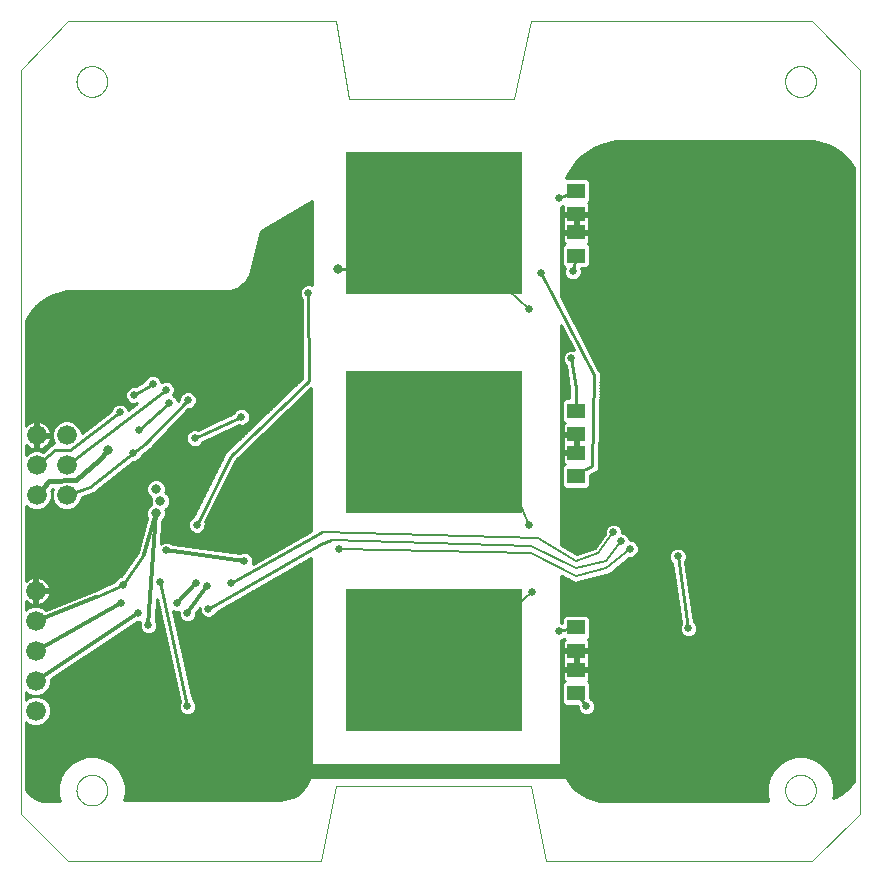
<source format=gbl>
G75*
%MOIN*%
%OFA0B0*%
%FSLAX25Y25*%
%IPPOS*%
%LPD*%
%AMOC8*
5,1,8,0,0,1.08239X$1,22.5*
%
%ADD10C,0.00000*%
%ADD11C,0.06600*%
%ADD12R,0.05906X0.05118*%
%ADD13R,0.59055X0.47244*%
%ADD14C,0.01000*%
%ADD15C,0.02500*%
%ADD16C,0.05000*%
%ADD17C,0.03200*%
%ADD18C,0.00800*%
%ADD19C,0.01200*%
%ADD20C,0.01600*%
D10*
X0024471Y0016748D02*
X0024471Y0264780D01*
X0040219Y0281000D01*
X0129471Y0281000D01*
X0133971Y0255000D01*
X0188971Y0255000D01*
X0194471Y0281000D01*
X0288250Y0281000D01*
X0303998Y0264780D01*
X0303998Y0016748D01*
X0288250Y0001000D01*
X0199471Y0001000D01*
X0194471Y0026000D01*
X0129471Y0026000D01*
X0124471Y0001000D01*
X0040219Y0001000D01*
X0024471Y0016748D01*
X0042975Y0024622D02*
X0042977Y0024765D01*
X0042983Y0024908D01*
X0042993Y0025050D01*
X0043007Y0025192D01*
X0043025Y0025334D01*
X0043047Y0025476D01*
X0043072Y0025616D01*
X0043102Y0025756D01*
X0043136Y0025895D01*
X0043173Y0026033D01*
X0043215Y0026170D01*
X0043260Y0026305D01*
X0043309Y0026439D01*
X0043361Y0026572D01*
X0043417Y0026704D01*
X0043477Y0026833D01*
X0043541Y0026961D01*
X0043608Y0027088D01*
X0043679Y0027212D01*
X0043753Y0027334D01*
X0043830Y0027454D01*
X0043911Y0027572D01*
X0043995Y0027688D01*
X0044082Y0027801D01*
X0044172Y0027912D01*
X0044266Y0028020D01*
X0044362Y0028126D01*
X0044461Y0028228D01*
X0044564Y0028328D01*
X0044668Y0028425D01*
X0044776Y0028520D01*
X0044886Y0028611D01*
X0044999Y0028699D01*
X0045114Y0028783D01*
X0045231Y0028865D01*
X0045351Y0028943D01*
X0045472Y0029018D01*
X0045596Y0029090D01*
X0045722Y0029158D01*
X0045849Y0029222D01*
X0045979Y0029283D01*
X0046110Y0029340D01*
X0046242Y0029394D01*
X0046376Y0029443D01*
X0046511Y0029490D01*
X0046648Y0029532D01*
X0046786Y0029570D01*
X0046924Y0029605D01*
X0047064Y0029635D01*
X0047204Y0029662D01*
X0047345Y0029685D01*
X0047487Y0029704D01*
X0047629Y0029719D01*
X0047772Y0029730D01*
X0047914Y0029737D01*
X0048057Y0029740D01*
X0048200Y0029739D01*
X0048343Y0029734D01*
X0048486Y0029725D01*
X0048628Y0029712D01*
X0048770Y0029695D01*
X0048911Y0029674D01*
X0049052Y0029649D01*
X0049192Y0029621D01*
X0049331Y0029588D01*
X0049469Y0029551D01*
X0049606Y0029511D01*
X0049742Y0029467D01*
X0049877Y0029419D01*
X0050010Y0029367D01*
X0050142Y0029312D01*
X0050272Y0029253D01*
X0050401Y0029190D01*
X0050527Y0029124D01*
X0050652Y0029054D01*
X0050775Y0028981D01*
X0050895Y0028905D01*
X0051014Y0028825D01*
X0051130Y0028741D01*
X0051244Y0028655D01*
X0051355Y0028565D01*
X0051464Y0028473D01*
X0051570Y0028377D01*
X0051674Y0028279D01*
X0051775Y0028177D01*
X0051872Y0028073D01*
X0051967Y0027966D01*
X0052059Y0027857D01*
X0052148Y0027745D01*
X0052234Y0027630D01*
X0052316Y0027514D01*
X0052395Y0027394D01*
X0052471Y0027273D01*
X0052543Y0027150D01*
X0052612Y0027025D01*
X0052677Y0026898D01*
X0052739Y0026769D01*
X0052797Y0026638D01*
X0052852Y0026506D01*
X0052902Y0026372D01*
X0052949Y0026237D01*
X0052993Y0026101D01*
X0053032Y0025964D01*
X0053067Y0025825D01*
X0053099Y0025686D01*
X0053127Y0025546D01*
X0053151Y0025405D01*
X0053171Y0025263D01*
X0053187Y0025121D01*
X0053199Y0024979D01*
X0053207Y0024836D01*
X0053211Y0024693D01*
X0053211Y0024551D01*
X0053207Y0024408D01*
X0053199Y0024265D01*
X0053187Y0024123D01*
X0053171Y0023981D01*
X0053151Y0023839D01*
X0053127Y0023698D01*
X0053099Y0023558D01*
X0053067Y0023419D01*
X0053032Y0023280D01*
X0052993Y0023143D01*
X0052949Y0023007D01*
X0052902Y0022872D01*
X0052852Y0022738D01*
X0052797Y0022606D01*
X0052739Y0022475D01*
X0052677Y0022346D01*
X0052612Y0022219D01*
X0052543Y0022094D01*
X0052471Y0021971D01*
X0052395Y0021850D01*
X0052316Y0021730D01*
X0052234Y0021614D01*
X0052148Y0021499D01*
X0052059Y0021387D01*
X0051967Y0021278D01*
X0051872Y0021171D01*
X0051775Y0021067D01*
X0051674Y0020965D01*
X0051570Y0020867D01*
X0051464Y0020771D01*
X0051355Y0020679D01*
X0051244Y0020589D01*
X0051130Y0020503D01*
X0051014Y0020419D01*
X0050895Y0020339D01*
X0050775Y0020263D01*
X0050652Y0020190D01*
X0050527Y0020120D01*
X0050401Y0020054D01*
X0050272Y0019991D01*
X0050142Y0019932D01*
X0050010Y0019877D01*
X0049877Y0019825D01*
X0049742Y0019777D01*
X0049606Y0019733D01*
X0049469Y0019693D01*
X0049331Y0019656D01*
X0049192Y0019623D01*
X0049052Y0019595D01*
X0048911Y0019570D01*
X0048770Y0019549D01*
X0048628Y0019532D01*
X0048486Y0019519D01*
X0048343Y0019510D01*
X0048200Y0019505D01*
X0048057Y0019504D01*
X0047914Y0019507D01*
X0047772Y0019514D01*
X0047629Y0019525D01*
X0047487Y0019540D01*
X0047345Y0019559D01*
X0047204Y0019582D01*
X0047064Y0019609D01*
X0046924Y0019639D01*
X0046786Y0019674D01*
X0046648Y0019712D01*
X0046511Y0019754D01*
X0046376Y0019801D01*
X0046242Y0019850D01*
X0046110Y0019904D01*
X0045979Y0019961D01*
X0045849Y0020022D01*
X0045722Y0020086D01*
X0045596Y0020154D01*
X0045472Y0020226D01*
X0045351Y0020301D01*
X0045231Y0020379D01*
X0045114Y0020461D01*
X0044999Y0020545D01*
X0044886Y0020633D01*
X0044776Y0020724D01*
X0044668Y0020819D01*
X0044564Y0020916D01*
X0044461Y0021016D01*
X0044362Y0021118D01*
X0044266Y0021224D01*
X0044172Y0021332D01*
X0044082Y0021443D01*
X0043995Y0021556D01*
X0043911Y0021672D01*
X0043830Y0021790D01*
X0043753Y0021910D01*
X0043679Y0022032D01*
X0043608Y0022156D01*
X0043541Y0022283D01*
X0043477Y0022411D01*
X0043417Y0022540D01*
X0043361Y0022672D01*
X0043309Y0022805D01*
X0043260Y0022939D01*
X0043215Y0023074D01*
X0043173Y0023211D01*
X0043136Y0023349D01*
X0043102Y0023488D01*
X0043072Y0023628D01*
X0043047Y0023768D01*
X0043025Y0023910D01*
X0043007Y0024052D01*
X0042993Y0024194D01*
X0042983Y0024336D01*
X0042977Y0024479D01*
X0042975Y0024622D01*
X0279195Y0024622D02*
X0279197Y0024765D01*
X0279203Y0024908D01*
X0279213Y0025050D01*
X0279227Y0025192D01*
X0279245Y0025334D01*
X0279267Y0025476D01*
X0279292Y0025616D01*
X0279322Y0025756D01*
X0279356Y0025895D01*
X0279393Y0026033D01*
X0279435Y0026170D01*
X0279480Y0026305D01*
X0279529Y0026439D01*
X0279581Y0026572D01*
X0279637Y0026704D01*
X0279697Y0026833D01*
X0279761Y0026961D01*
X0279828Y0027088D01*
X0279899Y0027212D01*
X0279973Y0027334D01*
X0280050Y0027454D01*
X0280131Y0027572D01*
X0280215Y0027688D01*
X0280302Y0027801D01*
X0280392Y0027912D01*
X0280486Y0028020D01*
X0280582Y0028126D01*
X0280681Y0028228D01*
X0280784Y0028328D01*
X0280888Y0028425D01*
X0280996Y0028520D01*
X0281106Y0028611D01*
X0281219Y0028699D01*
X0281334Y0028783D01*
X0281451Y0028865D01*
X0281571Y0028943D01*
X0281692Y0029018D01*
X0281816Y0029090D01*
X0281942Y0029158D01*
X0282069Y0029222D01*
X0282199Y0029283D01*
X0282330Y0029340D01*
X0282462Y0029394D01*
X0282596Y0029443D01*
X0282731Y0029490D01*
X0282868Y0029532D01*
X0283006Y0029570D01*
X0283144Y0029605D01*
X0283284Y0029635D01*
X0283424Y0029662D01*
X0283565Y0029685D01*
X0283707Y0029704D01*
X0283849Y0029719D01*
X0283992Y0029730D01*
X0284134Y0029737D01*
X0284277Y0029740D01*
X0284420Y0029739D01*
X0284563Y0029734D01*
X0284706Y0029725D01*
X0284848Y0029712D01*
X0284990Y0029695D01*
X0285131Y0029674D01*
X0285272Y0029649D01*
X0285412Y0029621D01*
X0285551Y0029588D01*
X0285689Y0029551D01*
X0285826Y0029511D01*
X0285962Y0029467D01*
X0286097Y0029419D01*
X0286230Y0029367D01*
X0286362Y0029312D01*
X0286492Y0029253D01*
X0286621Y0029190D01*
X0286747Y0029124D01*
X0286872Y0029054D01*
X0286995Y0028981D01*
X0287115Y0028905D01*
X0287234Y0028825D01*
X0287350Y0028741D01*
X0287464Y0028655D01*
X0287575Y0028565D01*
X0287684Y0028473D01*
X0287790Y0028377D01*
X0287894Y0028279D01*
X0287995Y0028177D01*
X0288092Y0028073D01*
X0288187Y0027966D01*
X0288279Y0027857D01*
X0288368Y0027745D01*
X0288454Y0027630D01*
X0288536Y0027514D01*
X0288615Y0027394D01*
X0288691Y0027273D01*
X0288763Y0027150D01*
X0288832Y0027025D01*
X0288897Y0026898D01*
X0288959Y0026769D01*
X0289017Y0026638D01*
X0289072Y0026506D01*
X0289122Y0026372D01*
X0289169Y0026237D01*
X0289213Y0026101D01*
X0289252Y0025964D01*
X0289287Y0025825D01*
X0289319Y0025686D01*
X0289347Y0025546D01*
X0289371Y0025405D01*
X0289391Y0025263D01*
X0289407Y0025121D01*
X0289419Y0024979D01*
X0289427Y0024836D01*
X0289431Y0024693D01*
X0289431Y0024551D01*
X0289427Y0024408D01*
X0289419Y0024265D01*
X0289407Y0024123D01*
X0289391Y0023981D01*
X0289371Y0023839D01*
X0289347Y0023698D01*
X0289319Y0023558D01*
X0289287Y0023419D01*
X0289252Y0023280D01*
X0289213Y0023143D01*
X0289169Y0023007D01*
X0289122Y0022872D01*
X0289072Y0022738D01*
X0289017Y0022606D01*
X0288959Y0022475D01*
X0288897Y0022346D01*
X0288832Y0022219D01*
X0288763Y0022094D01*
X0288691Y0021971D01*
X0288615Y0021850D01*
X0288536Y0021730D01*
X0288454Y0021614D01*
X0288368Y0021499D01*
X0288279Y0021387D01*
X0288187Y0021278D01*
X0288092Y0021171D01*
X0287995Y0021067D01*
X0287894Y0020965D01*
X0287790Y0020867D01*
X0287684Y0020771D01*
X0287575Y0020679D01*
X0287464Y0020589D01*
X0287350Y0020503D01*
X0287234Y0020419D01*
X0287115Y0020339D01*
X0286995Y0020263D01*
X0286872Y0020190D01*
X0286747Y0020120D01*
X0286621Y0020054D01*
X0286492Y0019991D01*
X0286362Y0019932D01*
X0286230Y0019877D01*
X0286097Y0019825D01*
X0285962Y0019777D01*
X0285826Y0019733D01*
X0285689Y0019693D01*
X0285551Y0019656D01*
X0285412Y0019623D01*
X0285272Y0019595D01*
X0285131Y0019570D01*
X0284990Y0019549D01*
X0284848Y0019532D01*
X0284706Y0019519D01*
X0284563Y0019510D01*
X0284420Y0019505D01*
X0284277Y0019504D01*
X0284134Y0019507D01*
X0283992Y0019514D01*
X0283849Y0019525D01*
X0283707Y0019540D01*
X0283565Y0019559D01*
X0283424Y0019582D01*
X0283284Y0019609D01*
X0283144Y0019639D01*
X0283006Y0019674D01*
X0282868Y0019712D01*
X0282731Y0019754D01*
X0282596Y0019801D01*
X0282462Y0019850D01*
X0282330Y0019904D01*
X0282199Y0019961D01*
X0282069Y0020022D01*
X0281942Y0020086D01*
X0281816Y0020154D01*
X0281692Y0020226D01*
X0281571Y0020301D01*
X0281451Y0020379D01*
X0281334Y0020461D01*
X0281219Y0020545D01*
X0281106Y0020633D01*
X0280996Y0020724D01*
X0280888Y0020819D01*
X0280784Y0020916D01*
X0280681Y0021016D01*
X0280582Y0021118D01*
X0280486Y0021224D01*
X0280392Y0021332D01*
X0280302Y0021443D01*
X0280215Y0021556D01*
X0280131Y0021672D01*
X0280050Y0021790D01*
X0279973Y0021910D01*
X0279899Y0022032D01*
X0279828Y0022156D01*
X0279761Y0022283D01*
X0279697Y0022411D01*
X0279637Y0022540D01*
X0279581Y0022672D01*
X0279529Y0022805D01*
X0279480Y0022939D01*
X0279435Y0023074D01*
X0279393Y0023211D01*
X0279356Y0023349D01*
X0279322Y0023488D01*
X0279292Y0023628D01*
X0279267Y0023768D01*
X0279245Y0023910D01*
X0279227Y0024052D01*
X0279213Y0024194D01*
X0279203Y0024336D01*
X0279197Y0024479D01*
X0279195Y0024622D01*
X0279195Y0260843D02*
X0279197Y0260986D01*
X0279203Y0261129D01*
X0279213Y0261271D01*
X0279227Y0261413D01*
X0279245Y0261555D01*
X0279267Y0261697D01*
X0279292Y0261837D01*
X0279322Y0261977D01*
X0279356Y0262116D01*
X0279393Y0262254D01*
X0279435Y0262391D01*
X0279480Y0262526D01*
X0279529Y0262660D01*
X0279581Y0262793D01*
X0279637Y0262925D01*
X0279697Y0263054D01*
X0279761Y0263182D01*
X0279828Y0263309D01*
X0279899Y0263433D01*
X0279973Y0263555D01*
X0280050Y0263675D01*
X0280131Y0263793D01*
X0280215Y0263909D01*
X0280302Y0264022D01*
X0280392Y0264133D01*
X0280486Y0264241D01*
X0280582Y0264347D01*
X0280681Y0264449D01*
X0280784Y0264549D01*
X0280888Y0264646D01*
X0280996Y0264741D01*
X0281106Y0264832D01*
X0281219Y0264920D01*
X0281334Y0265004D01*
X0281451Y0265086D01*
X0281571Y0265164D01*
X0281692Y0265239D01*
X0281816Y0265311D01*
X0281942Y0265379D01*
X0282069Y0265443D01*
X0282199Y0265504D01*
X0282330Y0265561D01*
X0282462Y0265615D01*
X0282596Y0265664D01*
X0282731Y0265711D01*
X0282868Y0265753D01*
X0283006Y0265791D01*
X0283144Y0265826D01*
X0283284Y0265856D01*
X0283424Y0265883D01*
X0283565Y0265906D01*
X0283707Y0265925D01*
X0283849Y0265940D01*
X0283992Y0265951D01*
X0284134Y0265958D01*
X0284277Y0265961D01*
X0284420Y0265960D01*
X0284563Y0265955D01*
X0284706Y0265946D01*
X0284848Y0265933D01*
X0284990Y0265916D01*
X0285131Y0265895D01*
X0285272Y0265870D01*
X0285412Y0265842D01*
X0285551Y0265809D01*
X0285689Y0265772D01*
X0285826Y0265732D01*
X0285962Y0265688D01*
X0286097Y0265640D01*
X0286230Y0265588D01*
X0286362Y0265533D01*
X0286492Y0265474D01*
X0286621Y0265411D01*
X0286747Y0265345D01*
X0286872Y0265275D01*
X0286995Y0265202D01*
X0287115Y0265126D01*
X0287234Y0265046D01*
X0287350Y0264962D01*
X0287464Y0264876D01*
X0287575Y0264786D01*
X0287684Y0264694D01*
X0287790Y0264598D01*
X0287894Y0264500D01*
X0287995Y0264398D01*
X0288092Y0264294D01*
X0288187Y0264187D01*
X0288279Y0264078D01*
X0288368Y0263966D01*
X0288454Y0263851D01*
X0288536Y0263735D01*
X0288615Y0263615D01*
X0288691Y0263494D01*
X0288763Y0263371D01*
X0288832Y0263246D01*
X0288897Y0263119D01*
X0288959Y0262990D01*
X0289017Y0262859D01*
X0289072Y0262727D01*
X0289122Y0262593D01*
X0289169Y0262458D01*
X0289213Y0262322D01*
X0289252Y0262185D01*
X0289287Y0262046D01*
X0289319Y0261907D01*
X0289347Y0261767D01*
X0289371Y0261626D01*
X0289391Y0261484D01*
X0289407Y0261342D01*
X0289419Y0261200D01*
X0289427Y0261057D01*
X0289431Y0260914D01*
X0289431Y0260772D01*
X0289427Y0260629D01*
X0289419Y0260486D01*
X0289407Y0260344D01*
X0289391Y0260202D01*
X0289371Y0260060D01*
X0289347Y0259919D01*
X0289319Y0259779D01*
X0289287Y0259640D01*
X0289252Y0259501D01*
X0289213Y0259364D01*
X0289169Y0259228D01*
X0289122Y0259093D01*
X0289072Y0258959D01*
X0289017Y0258827D01*
X0288959Y0258696D01*
X0288897Y0258567D01*
X0288832Y0258440D01*
X0288763Y0258315D01*
X0288691Y0258192D01*
X0288615Y0258071D01*
X0288536Y0257951D01*
X0288454Y0257835D01*
X0288368Y0257720D01*
X0288279Y0257608D01*
X0288187Y0257499D01*
X0288092Y0257392D01*
X0287995Y0257288D01*
X0287894Y0257186D01*
X0287790Y0257088D01*
X0287684Y0256992D01*
X0287575Y0256900D01*
X0287464Y0256810D01*
X0287350Y0256724D01*
X0287234Y0256640D01*
X0287115Y0256560D01*
X0286995Y0256484D01*
X0286872Y0256411D01*
X0286747Y0256341D01*
X0286621Y0256275D01*
X0286492Y0256212D01*
X0286362Y0256153D01*
X0286230Y0256098D01*
X0286097Y0256046D01*
X0285962Y0255998D01*
X0285826Y0255954D01*
X0285689Y0255914D01*
X0285551Y0255877D01*
X0285412Y0255844D01*
X0285272Y0255816D01*
X0285131Y0255791D01*
X0284990Y0255770D01*
X0284848Y0255753D01*
X0284706Y0255740D01*
X0284563Y0255731D01*
X0284420Y0255726D01*
X0284277Y0255725D01*
X0284134Y0255728D01*
X0283992Y0255735D01*
X0283849Y0255746D01*
X0283707Y0255761D01*
X0283565Y0255780D01*
X0283424Y0255803D01*
X0283284Y0255830D01*
X0283144Y0255860D01*
X0283006Y0255895D01*
X0282868Y0255933D01*
X0282731Y0255975D01*
X0282596Y0256022D01*
X0282462Y0256071D01*
X0282330Y0256125D01*
X0282199Y0256182D01*
X0282069Y0256243D01*
X0281942Y0256307D01*
X0281816Y0256375D01*
X0281692Y0256447D01*
X0281571Y0256522D01*
X0281451Y0256600D01*
X0281334Y0256682D01*
X0281219Y0256766D01*
X0281106Y0256854D01*
X0280996Y0256945D01*
X0280888Y0257040D01*
X0280784Y0257137D01*
X0280681Y0257237D01*
X0280582Y0257339D01*
X0280486Y0257445D01*
X0280392Y0257553D01*
X0280302Y0257664D01*
X0280215Y0257777D01*
X0280131Y0257893D01*
X0280050Y0258011D01*
X0279973Y0258131D01*
X0279899Y0258253D01*
X0279828Y0258377D01*
X0279761Y0258504D01*
X0279697Y0258632D01*
X0279637Y0258761D01*
X0279581Y0258893D01*
X0279529Y0259026D01*
X0279480Y0259160D01*
X0279435Y0259295D01*
X0279393Y0259432D01*
X0279356Y0259570D01*
X0279322Y0259709D01*
X0279292Y0259849D01*
X0279267Y0259989D01*
X0279245Y0260131D01*
X0279227Y0260273D01*
X0279213Y0260415D01*
X0279203Y0260557D01*
X0279197Y0260700D01*
X0279195Y0260843D01*
X0042975Y0260843D02*
X0042977Y0260986D01*
X0042983Y0261129D01*
X0042993Y0261271D01*
X0043007Y0261413D01*
X0043025Y0261555D01*
X0043047Y0261697D01*
X0043072Y0261837D01*
X0043102Y0261977D01*
X0043136Y0262116D01*
X0043173Y0262254D01*
X0043215Y0262391D01*
X0043260Y0262526D01*
X0043309Y0262660D01*
X0043361Y0262793D01*
X0043417Y0262925D01*
X0043477Y0263054D01*
X0043541Y0263182D01*
X0043608Y0263309D01*
X0043679Y0263433D01*
X0043753Y0263555D01*
X0043830Y0263675D01*
X0043911Y0263793D01*
X0043995Y0263909D01*
X0044082Y0264022D01*
X0044172Y0264133D01*
X0044266Y0264241D01*
X0044362Y0264347D01*
X0044461Y0264449D01*
X0044564Y0264549D01*
X0044668Y0264646D01*
X0044776Y0264741D01*
X0044886Y0264832D01*
X0044999Y0264920D01*
X0045114Y0265004D01*
X0045231Y0265086D01*
X0045351Y0265164D01*
X0045472Y0265239D01*
X0045596Y0265311D01*
X0045722Y0265379D01*
X0045849Y0265443D01*
X0045979Y0265504D01*
X0046110Y0265561D01*
X0046242Y0265615D01*
X0046376Y0265664D01*
X0046511Y0265711D01*
X0046648Y0265753D01*
X0046786Y0265791D01*
X0046924Y0265826D01*
X0047064Y0265856D01*
X0047204Y0265883D01*
X0047345Y0265906D01*
X0047487Y0265925D01*
X0047629Y0265940D01*
X0047772Y0265951D01*
X0047914Y0265958D01*
X0048057Y0265961D01*
X0048200Y0265960D01*
X0048343Y0265955D01*
X0048486Y0265946D01*
X0048628Y0265933D01*
X0048770Y0265916D01*
X0048911Y0265895D01*
X0049052Y0265870D01*
X0049192Y0265842D01*
X0049331Y0265809D01*
X0049469Y0265772D01*
X0049606Y0265732D01*
X0049742Y0265688D01*
X0049877Y0265640D01*
X0050010Y0265588D01*
X0050142Y0265533D01*
X0050272Y0265474D01*
X0050401Y0265411D01*
X0050527Y0265345D01*
X0050652Y0265275D01*
X0050775Y0265202D01*
X0050895Y0265126D01*
X0051014Y0265046D01*
X0051130Y0264962D01*
X0051244Y0264876D01*
X0051355Y0264786D01*
X0051464Y0264694D01*
X0051570Y0264598D01*
X0051674Y0264500D01*
X0051775Y0264398D01*
X0051872Y0264294D01*
X0051967Y0264187D01*
X0052059Y0264078D01*
X0052148Y0263966D01*
X0052234Y0263851D01*
X0052316Y0263735D01*
X0052395Y0263615D01*
X0052471Y0263494D01*
X0052543Y0263371D01*
X0052612Y0263246D01*
X0052677Y0263119D01*
X0052739Y0262990D01*
X0052797Y0262859D01*
X0052852Y0262727D01*
X0052902Y0262593D01*
X0052949Y0262458D01*
X0052993Y0262322D01*
X0053032Y0262185D01*
X0053067Y0262046D01*
X0053099Y0261907D01*
X0053127Y0261767D01*
X0053151Y0261626D01*
X0053171Y0261484D01*
X0053187Y0261342D01*
X0053199Y0261200D01*
X0053207Y0261057D01*
X0053211Y0260914D01*
X0053211Y0260772D01*
X0053207Y0260629D01*
X0053199Y0260486D01*
X0053187Y0260344D01*
X0053171Y0260202D01*
X0053151Y0260060D01*
X0053127Y0259919D01*
X0053099Y0259779D01*
X0053067Y0259640D01*
X0053032Y0259501D01*
X0052993Y0259364D01*
X0052949Y0259228D01*
X0052902Y0259093D01*
X0052852Y0258959D01*
X0052797Y0258827D01*
X0052739Y0258696D01*
X0052677Y0258567D01*
X0052612Y0258440D01*
X0052543Y0258315D01*
X0052471Y0258192D01*
X0052395Y0258071D01*
X0052316Y0257951D01*
X0052234Y0257835D01*
X0052148Y0257720D01*
X0052059Y0257608D01*
X0051967Y0257499D01*
X0051872Y0257392D01*
X0051775Y0257288D01*
X0051674Y0257186D01*
X0051570Y0257088D01*
X0051464Y0256992D01*
X0051355Y0256900D01*
X0051244Y0256810D01*
X0051130Y0256724D01*
X0051014Y0256640D01*
X0050895Y0256560D01*
X0050775Y0256484D01*
X0050652Y0256411D01*
X0050527Y0256341D01*
X0050401Y0256275D01*
X0050272Y0256212D01*
X0050142Y0256153D01*
X0050010Y0256098D01*
X0049877Y0256046D01*
X0049742Y0255998D01*
X0049606Y0255954D01*
X0049469Y0255914D01*
X0049331Y0255877D01*
X0049192Y0255844D01*
X0049052Y0255816D01*
X0048911Y0255791D01*
X0048770Y0255770D01*
X0048628Y0255753D01*
X0048486Y0255740D01*
X0048343Y0255731D01*
X0048200Y0255726D01*
X0048057Y0255725D01*
X0047914Y0255728D01*
X0047772Y0255735D01*
X0047629Y0255746D01*
X0047487Y0255761D01*
X0047345Y0255780D01*
X0047204Y0255803D01*
X0047064Y0255830D01*
X0046924Y0255860D01*
X0046786Y0255895D01*
X0046648Y0255933D01*
X0046511Y0255975D01*
X0046376Y0256022D01*
X0046242Y0256071D01*
X0046110Y0256125D01*
X0045979Y0256182D01*
X0045849Y0256243D01*
X0045722Y0256307D01*
X0045596Y0256375D01*
X0045472Y0256447D01*
X0045351Y0256522D01*
X0045231Y0256600D01*
X0045114Y0256682D01*
X0044999Y0256766D01*
X0044886Y0256854D01*
X0044776Y0256945D01*
X0044668Y0257040D01*
X0044564Y0257137D01*
X0044461Y0257237D01*
X0044362Y0257339D01*
X0044266Y0257445D01*
X0044172Y0257553D01*
X0044082Y0257664D01*
X0043995Y0257777D01*
X0043911Y0257893D01*
X0043830Y0258011D01*
X0043753Y0258131D01*
X0043679Y0258253D01*
X0043608Y0258377D01*
X0043541Y0258504D01*
X0043477Y0258632D01*
X0043417Y0258761D01*
X0043361Y0258893D01*
X0043309Y0259026D01*
X0043260Y0259160D01*
X0043215Y0259295D01*
X0043173Y0259432D01*
X0043136Y0259570D01*
X0043102Y0259709D01*
X0043072Y0259849D01*
X0043047Y0259989D01*
X0043025Y0260131D01*
X0043007Y0260273D01*
X0042993Y0260415D01*
X0042983Y0260557D01*
X0042977Y0260700D01*
X0042975Y0260843D01*
D11*
X0039707Y0142850D03*
X0039707Y0132850D03*
X0029707Y0132850D03*
X0029707Y0142850D03*
X0029707Y0122850D03*
X0039707Y0122850D03*
X0029471Y0091000D03*
X0029471Y0081000D03*
X0029471Y0071000D03*
X0029471Y0061000D03*
X0029471Y0051000D03*
D12*
X0209510Y0056945D03*
X0209510Y0064819D03*
X0209510Y0071000D03*
X0209510Y0078874D03*
X0209510Y0129268D03*
X0209510Y0137142D03*
X0209510Y0143165D03*
X0209510Y0151039D03*
X0209510Y0202772D03*
X0209510Y0210646D03*
X0209510Y0216512D03*
X0209510Y0224386D03*
D13*
X0162266Y0213598D03*
X0162266Y0140764D03*
X0162266Y0067929D03*
D14*
X0189471Y0086000D01*
X0204471Y0085873D02*
X0243672Y0085873D01*
X0243818Y0084875D02*
X0204471Y0084875D01*
X0204471Y0083876D02*
X0243963Y0083876D01*
X0244109Y0082878D02*
X0213422Y0082878D01*
X0213167Y0083133D02*
X0205853Y0083133D01*
X0204857Y0082137D01*
X0204857Y0080326D01*
X0204557Y0080450D01*
X0204471Y0080450D01*
X0204471Y0096152D01*
X0208459Y0094158D01*
X0209136Y0093752D01*
X0209226Y0093774D01*
X0209309Y0093733D01*
X0210058Y0093982D01*
X0219622Y0096373D01*
X0220120Y0096322D01*
X0220433Y0096576D01*
X0220824Y0096674D01*
X0221081Y0097103D01*
X0227170Y0102050D01*
X0228057Y0102050D01*
X0229142Y0102499D01*
X0229971Y0103329D01*
X0230421Y0104413D01*
X0230421Y0105587D01*
X0229971Y0106671D01*
X0229142Y0107501D01*
X0228057Y0107950D01*
X0227421Y0107950D01*
X0227421Y0108087D01*
X0226971Y0109171D01*
X0226142Y0110001D01*
X0225057Y0110450D01*
X0224921Y0110450D01*
X0224921Y0111087D01*
X0224471Y0112171D01*
X0223642Y0113001D01*
X0222557Y0113450D01*
X0221384Y0113450D01*
X0220299Y0113001D01*
X0219470Y0112171D01*
X0219021Y0111087D01*
X0219021Y0109983D01*
X0215659Y0105276D01*
X0209723Y0103298D01*
X0204471Y0106449D01*
X0204471Y0179564D01*
X0208671Y0171403D01*
X0208557Y0171450D01*
X0207384Y0171450D01*
X0206299Y0171001D01*
X0205470Y0170171D01*
X0205021Y0169087D01*
X0205021Y0167913D01*
X0205470Y0166829D01*
X0206090Y0166209D01*
X0207271Y0158330D01*
X0207287Y0155298D01*
X0205853Y0155298D01*
X0204857Y0154303D01*
X0204857Y0147776D01*
X0205682Y0146951D01*
X0205636Y0146925D01*
X0205357Y0146645D01*
X0205159Y0146303D01*
X0205057Y0145922D01*
X0205057Y0143665D01*
X0209010Y0143665D01*
X0209010Y0142665D01*
X0210010Y0142665D01*
X0210010Y0137642D01*
X0209010Y0137642D01*
X0209010Y0141201D01*
X0209010Y0142665D01*
X0205057Y0142665D01*
X0205057Y0140409D01*
X0205126Y0140154D01*
X0205057Y0139898D01*
X0205057Y0137642D01*
X0209010Y0137642D01*
X0209010Y0136642D01*
X0205057Y0136642D01*
X0205057Y0134385D01*
X0205159Y0134004D01*
X0205357Y0133662D01*
X0205636Y0133382D01*
X0205682Y0133356D01*
X0204857Y0132531D01*
X0204857Y0126004D01*
X0205853Y0125009D01*
X0213167Y0125009D01*
X0214163Y0126004D01*
X0214163Y0129704D01*
X0215437Y0130292D01*
X0215846Y0130285D01*
X0216232Y0130659D01*
X0216720Y0130884D01*
X0216861Y0131268D01*
X0217155Y0131553D01*
X0217164Y0132090D01*
X0217350Y0132595D01*
X0217178Y0132966D01*
X0217665Y0162639D01*
X0217844Y0163197D01*
X0217679Y0163516D01*
X0217685Y0163875D01*
X0217278Y0164296D01*
X0204471Y0189179D01*
X0204471Y0219050D01*
X0204557Y0219050D01*
X0205057Y0219257D01*
X0205057Y0217012D01*
X0209010Y0217012D01*
X0209010Y0216012D01*
X0205057Y0216012D01*
X0205057Y0213755D01*
X0205104Y0213579D01*
X0205057Y0213402D01*
X0205057Y0211146D01*
X0209010Y0211146D01*
X0209010Y0214705D01*
X0209010Y0216012D01*
X0210010Y0216012D01*
X0210010Y0217012D01*
X0213963Y0217012D01*
X0213963Y0219268D01*
X0213860Y0219650D01*
X0213663Y0219992D01*
X0213384Y0220271D01*
X0213338Y0220298D01*
X0214163Y0221123D01*
X0214163Y0227649D01*
X0213167Y0228645D01*
X0206192Y0228645D01*
X0206817Y0230033D01*
X0208097Y0232151D01*
X0209623Y0234098D01*
X0211372Y0235848D01*
X0213320Y0237373D01*
X0215437Y0238653D01*
X0217693Y0239669D01*
X0220055Y0240405D01*
X0222489Y0240851D01*
X0224958Y0241000D01*
X0286508Y0241000D01*
X0288853Y0240846D01*
X0291157Y0240388D01*
X0293382Y0239633D01*
X0295489Y0238593D01*
X0297443Y0237288D01*
X0299209Y0235739D01*
X0300759Y0233972D01*
X0302064Y0232019D01*
X0302298Y0231544D01*
X0302298Y0027840D01*
X0302181Y0027625D01*
X0300948Y0025978D01*
X0299493Y0024523D01*
X0297845Y0023290D01*
X0296039Y0022303D01*
X0295252Y0022010D01*
X0295556Y0023142D01*
X0295556Y0026102D01*
X0294789Y0028961D01*
X0293309Y0031525D01*
X0291216Y0033618D01*
X0288653Y0035098D01*
X0285793Y0035865D01*
X0282833Y0035865D01*
X0279974Y0035098D01*
X0277410Y0033618D01*
X0275317Y0031525D01*
X0273837Y0028961D01*
X0273071Y0026102D01*
X0273071Y0023142D01*
X0273644Y0021000D01*
X0219434Y0021000D01*
X0217304Y0021152D01*
X0215218Y0021606D01*
X0213218Y0022352D01*
X0211344Y0023375D01*
X0209635Y0024655D01*
X0208125Y0026164D01*
X0206846Y0027873D01*
X0205823Y0029747D01*
X0205077Y0031748D01*
X0204623Y0033834D01*
X0204471Y0035963D01*
X0204471Y0074550D01*
X0204557Y0074550D01*
X0205519Y0074949D01*
X0205682Y0074786D01*
X0205636Y0074759D01*
X0205357Y0074480D01*
X0205159Y0074138D01*
X0205057Y0073757D01*
X0205057Y0071500D01*
X0209010Y0071500D01*
X0209010Y0070500D01*
X0210010Y0070500D01*
X0210010Y0071500D01*
X0213963Y0071500D01*
X0213963Y0073757D01*
X0213860Y0074138D01*
X0213663Y0074480D01*
X0213384Y0074759D01*
X0213338Y0074786D01*
X0214163Y0075611D01*
X0214163Y0082137D01*
X0213167Y0083133D01*
X0214163Y0081879D02*
X0244254Y0081879D01*
X0244400Y0080881D02*
X0214163Y0080881D01*
X0214163Y0079882D02*
X0244350Y0079882D01*
X0244470Y0080171D02*
X0244021Y0079087D01*
X0244021Y0077913D01*
X0244470Y0076829D01*
X0245299Y0075999D01*
X0246384Y0075550D01*
X0247557Y0075550D01*
X0248642Y0075999D01*
X0249471Y0076829D01*
X0249921Y0077913D01*
X0249921Y0079087D01*
X0249471Y0080171D01*
X0248861Y0080781D01*
X0245942Y0100799D01*
X0245971Y0100829D01*
X0246421Y0101913D01*
X0246421Y0103087D01*
X0245971Y0104171D01*
X0245142Y0105001D01*
X0244057Y0105450D01*
X0242884Y0105450D01*
X0241799Y0105001D01*
X0240970Y0104171D01*
X0240521Y0103087D01*
X0240521Y0101913D01*
X0240970Y0100829D01*
X0241580Y0100219D01*
X0244499Y0080201D01*
X0244470Y0080171D01*
X0244021Y0078884D02*
X0214163Y0078884D01*
X0214163Y0077885D02*
X0244032Y0077885D01*
X0244446Y0076887D02*
X0214163Y0076887D01*
X0214163Y0075888D02*
X0245567Y0075888D01*
X0248374Y0075888D02*
X0302298Y0075888D01*
X0302298Y0074890D02*
X0213442Y0074890D01*
X0213927Y0073891D02*
X0302298Y0073891D01*
X0302298Y0072893D02*
X0213963Y0072893D01*
X0213963Y0071894D02*
X0302298Y0071894D01*
X0302298Y0070896D02*
X0210010Y0070896D01*
X0210010Y0070500D02*
X0213963Y0070500D01*
X0213963Y0068243D01*
X0213873Y0067909D01*
X0213963Y0067575D01*
X0213963Y0065319D01*
X0210010Y0065319D01*
X0209010Y0065319D01*
X0209010Y0068878D01*
X0209010Y0070500D01*
X0205057Y0070500D01*
X0205057Y0068243D01*
X0205147Y0067909D01*
X0205057Y0067575D01*
X0205057Y0065319D01*
X0209010Y0065319D01*
X0209010Y0064319D01*
X0205057Y0064319D01*
X0205057Y0062062D01*
X0205159Y0061681D01*
X0205357Y0061339D01*
X0205636Y0061060D01*
X0205682Y0061033D01*
X0204857Y0060208D01*
X0204857Y0053682D01*
X0205853Y0052686D01*
X0210021Y0052686D01*
X0210021Y0051913D01*
X0210470Y0050829D01*
X0211299Y0049999D01*
X0212384Y0049550D01*
X0213557Y0049550D01*
X0214642Y0049999D01*
X0215471Y0050829D01*
X0215921Y0051913D01*
X0215921Y0053087D01*
X0215471Y0054171D01*
X0214642Y0055001D01*
X0214163Y0055199D01*
X0214163Y0060208D01*
X0213338Y0061033D01*
X0213384Y0061060D01*
X0213663Y0061339D01*
X0213860Y0061681D01*
X0213963Y0062062D01*
X0213963Y0064319D01*
X0210010Y0064319D01*
X0210010Y0065319D01*
X0210010Y0070500D01*
X0210010Y0069897D02*
X0209010Y0069897D01*
X0209010Y0068899D02*
X0210010Y0068899D01*
X0210010Y0067900D02*
X0209010Y0067900D01*
X0209010Y0066902D02*
X0210010Y0066902D01*
X0210010Y0065903D02*
X0209010Y0065903D01*
X0209010Y0064905D02*
X0204471Y0064905D01*
X0204471Y0065903D02*
X0205057Y0065903D01*
X0205057Y0066902D02*
X0204471Y0066902D01*
X0204471Y0067900D02*
X0205144Y0067900D01*
X0205057Y0068899D02*
X0204471Y0068899D01*
X0204471Y0069897D02*
X0205057Y0069897D01*
X0204471Y0070896D02*
X0209010Y0070896D01*
X0205057Y0071894D02*
X0204471Y0071894D01*
X0204471Y0072893D02*
X0205057Y0072893D01*
X0205093Y0073891D02*
X0204471Y0073891D01*
X0205378Y0074890D02*
X0205578Y0074890D01*
X0203971Y0077500D02*
X0209510Y0078874D01*
X0204857Y0080881D02*
X0204471Y0080881D01*
X0204471Y0081879D02*
X0204857Y0081879D01*
X0204471Y0082878D02*
X0205598Y0082878D01*
X0204471Y0086872D02*
X0243526Y0086872D01*
X0243381Y0087870D02*
X0204471Y0087870D01*
X0204471Y0088869D02*
X0243235Y0088869D01*
X0243090Y0089868D02*
X0204471Y0089868D01*
X0204471Y0090866D02*
X0242944Y0090866D01*
X0242798Y0091865D02*
X0204471Y0091865D01*
X0204471Y0092863D02*
X0242653Y0092863D01*
X0242507Y0093862D02*
X0209696Y0093862D01*
X0208953Y0093862D02*
X0204471Y0093862D01*
X0204471Y0094860D02*
X0207055Y0094860D01*
X0205058Y0095859D02*
X0204471Y0095859D01*
X0208808Y0103847D02*
X0211370Y0103847D01*
X0214365Y0104845D02*
X0207144Y0104845D01*
X0205479Y0105844D02*
X0216064Y0105844D01*
X0216777Y0106842D02*
X0204471Y0106842D01*
X0204471Y0107841D02*
X0217490Y0107841D01*
X0218204Y0108839D02*
X0204471Y0108839D01*
X0204471Y0109838D02*
X0218917Y0109838D01*
X0219021Y0110836D02*
X0204471Y0110836D01*
X0204471Y0111835D02*
X0219330Y0111835D01*
X0220132Y0112833D02*
X0204471Y0112833D01*
X0204471Y0113832D02*
X0302298Y0113832D01*
X0302298Y0114830D02*
X0204471Y0114830D01*
X0204471Y0115829D02*
X0302298Y0115829D01*
X0302298Y0116827D02*
X0204471Y0116827D01*
X0204471Y0117826D02*
X0302298Y0117826D01*
X0302298Y0118824D02*
X0204471Y0118824D01*
X0204471Y0119823D02*
X0302298Y0119823D01*
X0302298Y0120821D02*
X0204471Y0120821D01*
X0204471Y0121820D02*
X0302298Y0121820D01*
X0302298Y0122818D02*
X0204471Y0122818D01*
X0204471Y0123817D02*
X0302298Y0123817D01*
X0302298Y0124815D02*
X0204471Y0124815D01*
X0204471Y0125814D02*
X0205048Y0125814D01*
X0204857Y0126812D02*
X0204471Y0126812D01*
X0204471Y0127811D02*
X0204857Y0127811D01*
X0204857Y0128809D02*
X0204471Y0128809D01*
X0204471Y0129808D02*
X0204857Y0129808D01*
X0204857Y0130806D02*
X0204471Y0130806D01*
X0204471Y0131805D02*
X0204857Y0131805D01*
X0205130Y0132803D02*
X0204471Y0132803D01*
X0204471Y0133802D02*
X0205276Y0133802D01*
X0205057Y0134801D02*
X0204471Y0134801D01*
X0204471Y0135799D02*
X0205057Y0135799D01*
X0204471Y0136798D02*
X0209010Y0136798D01*
X0209010Y0137796D02*
X0210010Y0137796D01*
X0210010Y0138795D02*
X0209010Y0138795D01*
X0209010Y0139793D02*
X0210010Y0139793D01*
X0210010Y0140792D02*
X0209010Y0140792D01*
X0209010Y0141790D02*
X0210010Y0141790D01*
X0209010Y0142789D02*
X0204471Y0142789D01*
X0204471Y0143787D02*
X0205057Y0143787D01*
X0205057Y0144786D02*
X0204471Y0144786D01*
X0204471Y0145784D02*
X0205057Y0145784D01*
X0205494Y0146783D02*
X0204471Y0146783D01*
X0204471Y0147781D02*
X0204857Y0147781D01*
X0204857Y0148780D02*
X0204471Y0148780D01*
X0204471Y0149778D02*
X0204857Y0149778D01*
X0204857Y0150777D02*
X0204471Y0150777D01*
X0204471Y0151775D02*
X0204857Y0151775D01*
X0204857Y0152774D02*
X0204471Y0152774D01*
X0204471Y0153772D02*
X0204857Y0153772D01*
X0204471Y0154771D02*
X0205325Y0154771D01*
X0204471Y0155769D02*
X0207285Y0155769D01*
X0207280Y0156768D02*
X0204471Y0156768D01*
X0204471Y0157766D02*
X0207274Y0157766D01*
X0207206Y0158765D02*
X0204471Y0158765D01*
X0204471Y0159763D02*
X0207056Y0159763D01*
X0206907Y0160762D02*
X0204471Y0160762D01*
X0204471Y0161760D02*
X0206757Y0161760D01*
X0206607Y0162759D02*
X0204471Y0162759D01*
X0204471Y0163757D02*
X0206457Y0163757D01*
X0206308Y0164756D02*
X0204471Y0164756D01*
X0204471Y0165754D02*
X0206158Y0165754D01*
X0205546Y0166753D02*
X0204471Y0166753D01*
X0204471Y0167751D02*
X0205088Y0167751D01*
X0205021Y0168750D02*
X0204471Y0168750D01*
X0204471Y0169748D02*
X0205295Y0169748D01*
X0206046Y0170747D02*
X0204471Y0170747D01*
X0204471Y0171745D02*
X0208495Y0171745D01*
X0207981Y0172744D02*
X0204471Y0172744D01*
X0204471Y0173742D02*
X0207467Y0173742D01*
X0206953Y0174741D02*
X0204471Y0174741D01*
X0204471Y0175739D02*
X0206439Y0175739D01*
X0205925Y0176738D02*
X0204471Y0176738D01*
X0204471Y0177737D02*
X0205411Y0177737D01*
X0204897Y0178735D02*
X0204471Y0178735D01*
X0207790Y0182729D02*
X0302298Y0182729D01*
X0302298Y0181731D02*
X0208304Y0181731D01*
X0208818Y0180732D02*
X0302298Y0180732D01*
X0302298Y0179734D02*
X0209332Y0179734D01*
X0209846Y0178735D02*
X0302298Y0178735D01*
X0302298Y0177737D02*
X0210360Y0177737D01*
X0210874Y0176738D02*
X0302298Y0176738D01*
X0302298Y0175739D02*
X0211388Y0175739D01*
X0211902Y0174741D02*
X0302298Y0174741D01*
X0302298Y0173742D02*
X0212416Y0173742D01*
X0212930Y0172744D02*
X0302298Y0172744D01*
X0302298Y0171745D02*
X0213444Y0171745D01*
X0213957Y0170747D02*
X0302298Y0170747D01*
X0302298Y0169748D02*
X0214471Y0169748D01*
X0214985Y0168750D02*
X0302298Y0168750D01*
X0302298Y0167751D02*
X0215499Y0167751D01*
X0216013Y0166753D02*
X0302298Y0166753D01*
X0302298Y0165754D02*
X0216527Y0165754D01*
X0217041Y0164756D02*
X0302298Y0164756D01*
X0302298Y0163757D02*
X0217683Y0163757D01*
X0217703Y0162759D02*
X0302298Y0162759D01*
X0302298Y0161760D02*
X0217650Y0161760D01*
X0217634Y0160762D02*
X0302298Y0160762D01*
X0302298Y0159763D02*
X0217618Y0159763D01*
X0217601Y0158765D02*
X0302298Y0158765D01*
X0302298Y0157766D02*
X0217585Y0157766D01*
X0217569Y0156768D02*
X0302298Y0156768D01*
X0302298Y0155769D02*
X0217552Y0155769D01*
X0217536Y0154771D02*
X0302298Y0154771D01*
X0302298Y0153772D02*
X0217520Y0153772D01*
X0217503Y0152774D02*
X0302298Y0152774D01*
X0302298Y0151775D02*
X0217487Y0151775D01*
X0217470Y0150777D02*
X0302298Y0150777D01*
X0302298Y0149778D02*
X0217454Y0149778D01*
X0217438Y0148780D02*
X0302298Y0148780D01*
X0302298Y0147781D02*
X0217421Y0147781D01*
X0217405Y0146783D02*
X0302298Y0146783D01*
X0302298Y0145784D02*
X0217389Y0145784D01*
X0217372Y0144786D02*
X0302298Y0144786D01*
X0302298Y0143787D02*
X0217356Y0143787D01*
X0217339Y0142789D02*
X0302298Y0142789D01*
X0302298Y0141790D02*
X0217323Y0141790D01*
X0217307Y0140792D02*
X0302298Y0140792D01*
X0302298Y0139793D02*
X0217290Y0139793D01*
X0217274Y0138795D02*
X0302298Y0138795D01*
X0302298Y0137796D02*
X0217258Y0137796D01*
X0217241Y0136798D02*
X0302298Y0136798D01*
X0302298Y0135799D02*
X0217225Y0135799D01*
X0217209Y0134801D02*
X0302298Y0134801D01*
X0302298Y0133802D02*
X0217192Y0133802D01*
X0217253Y0132803D02*
X0302298Y0132803D01*
X0302298Y0131805D02*
X0217159Y0131805D01*
X0216551Y0130806D02*
X0302298Y0130806D01*
X0302298Y0129808D02*
X0214388Y0129808D01*
X0214163Y0128809D02*
X0302298Y0128809D01*
X0302298Y0127811D02*
X0214163Y0127811D01*
X0214163Y0126812D02*
X0302298Y0126812D01*
X0302298Y0125814D02*
X0213972Y0125814D01*
X0209510Y0129268D02*
X0208471Y0129500D01*
X0214971Y0132500D01*
X0215471Y0163000D01*
X0197971Y0197000D01*
X0204471Y0196708D02*
X0205605Y0196708D01*
X0205521Y0196913D02*
X0205970Y0195829D01*
X0206799Y0194999D01*
X0207884Y0194550D01*
X0209057Y0194550D01*
X0210142Y0194999D01*
X0210971Y0195829D01*
X0211421Y0196913D01*
X0211421Y0198087D01*
X0211244Y0198513D01*
X0213167Y0198513D01*
X0214163Y0199508D01*
X0214163Y0206035D01*
X0213338Y0206860D01*
X0213384Y0206886D01*
X0213663Y0207166D01*
X0213860Y0207508D01*
X0213963Y0207889D01*
X0213963Y0210146D01*
X0210010Y0210146D01*
X0210010Y0211146D01*
X0209010Y0211146D01*
X0209010Y0210146D01*
X0205057Y0210146D01*
X0205057Y0207889D01*
X0205159Y0207508D01*
X0205357Y0207166D01*
X0205636Y0206886D01*
X0205682Y0206860D01*
X0204857Y0206035D01*
X0204857Y0199508D01*
X0205743Y0198623D01*
X0205521Y0198087D01*
X0205521Y0196913D01*
X0205521Y0197707D02*
X0204471Y0197707D01*
X0204471Y0198705D02*
X0205660Y0198705D01*
X0204857Y0199704D02*
X0204471Y0199704D01*
X0204471Y0200702D02*
X0204857Y0200702D01*
X0204857Y0201701D02*
X0204471Y0201701D01*
X0204471Y0202699D02*
X0204857Y0202699D01*
X0204857Y0203698D02*
X0204471Y0203698D01*
X0204471Y0204696D02*
X0204857Y0204696D01*
X0204857Y0205695D02*
X0204471Y0205695D01*
X0204471Y0206693D02*
X0205516Y0206693D01*
X0205110Y0207692D02*
X0204471Y0207692D01*
X0204471Y0208690D02*
X0205057Y0208690D01*
X0205057Y0209689D02*
X0204471Y0209689D01*
X0204471Y0210687D02*
X0209010Y0210687D01*
X0209010Y0211686D02*
X0210010Y0211686D01*
X0210010Y0211146D02*
X0210010Y0216012D01*
X0213963Y0216012D01*
X0213963Y0213755D01*
X0213915Y0213579D01*
X0213963Y0213402D01*
X0213963Y0211146D01*
X0210010Y0211146D01*
X0210010Y0210687D02*
X0302298Y0210687D01*
X0302298Y0209689D02*
X0213963Y0209689D01*
X0213963Y0208690D02*
X0302298Y0208690D01*
X0302298Y0207692D02*
X0213910Y0207692D01*
X0213504Y0206693D02*
X0302298Y0206693D01*
X0302298Y0205695D02*
X0214163Y0205695D01*
X0214163Y0204696D02*
X0302298Y0204696D01*
X0302298Y0203698D02*
X0214163Y0203698D01*
X0214163Y0202699D02*
X0302298Y0202699D01*
X0302298Y0201701D02*
X0214163Y0201701D01*
X0214163Y0200702D02*
X0302298Y0200702D01*
X0302298Y0199704D02*
X0214163Y0199704D01*
X0213359Y0198705D02*
X0302298Y0198705D01*
X0302298Y0197707D02*
X0211421Y0197707D01*
X0211336Y0196708D02*
X0302298Y0196708D01*
X0302298Y0195710D02*
X0210852Y0195710D01*
X0209446Y0194711D02*
X0302298Y0194711D01*
X0302298Y0193713D02*
X0204471Y0193713D01*
X0204471Y0194711D02*
X0207495Y0194711D01*
X0206089Y0195710D02*
X0204471Y0195710D01*
X0204471Y0192714D02*
X0302298Y0192714D01*
X0302298Y0191716D02*
X0204471Y0191716D01*
X0204471Y0190717D02*
X0302298Y0190717D01*
X0302298Y0189719D02*
X0204471Y0189719D01*
X0204707Y0188720D02*
X0302298Y0188720D01*
X0302298Y0187722D02*
X0205220Y0187722D01*
X0205734Y0186723D02*
X0302298Y0186723D01*
X0302298Y0185725D02*
X0206248Y0185725D01*
X0206762Y0184726D02*
X0302298Y0184726D01*
X0302298Y0183728D02*
X0207276Y0183728D01*
X0208471Y0197500D02*
X0209510Y0202772D01*
X0209010Y0212684D02*
X0210010Y0212684D01*
X0210010Y0213683D02*
X0209010Y0213683D01*
X0209010Y0214681D02*
X0210010Y0214681D01*
X0210010Y0215680D02*
X0209010Y0215680D01*
X0209010Y0216678D02*
X0204471Y0216678D01*
X0204471Y0215680D02*
X0205057Y0215680D01*
X0205057Y0214681D02*
X0204471Y0214681D01*
X0204471Y0213683D02*
X0205077Y0213683D01*
X0205057Y0212684D02*
X0204471Y0212684D01*
X0204471Y0211686D02*
X0205057Y0211686D01*
X0210010Y0216678D02*
X0302298Y0216678D01*
X0302298Y0215680D02*
X0213963Y0215680D01*
X0213963Y0214681D02*
X0302298Y0214681D01*
X0302298Y0213683D02*
X0213943Y0213683D01*
X0213963Y0212684D02*
X0302298Y0212684D01*
X0302298Y0211686D02*
X0213963Y0211686D01*
X0213963Y0217677D02*
X0302298Y0217677D01*
X0302298Y0218675D02*
X0213963Y0218675D01*
X0213847Y0219674D02*
X0302298Y0219674D01*
X0302298Y0220672D02*
X0213713Y0220672D01*
X0214163Y0221671D02*
X0302298Y0221671D01*
X0302298Y0222670D02*
X0214163Y0222670D01*
X0214163Y0223668D02*
X0302298Y0223668D01*
X0302298Y0224667D02*
X0214163Y0224667D01*
X0214163Y0225665D02*
X0302298Y0225665D01*
X0302298Y0226664D02*
X0214163Y0226664D01*
X0214150Y0227662D02*
X0302298Y0227662D01*
X0302298Y0228661D02*
X0206199Y0228661D01*
X0206649Y0229659D02*
X0302298Y0229659D01*
X0302298Y0230658D02*
X0207195Y0230658D01*
X0207798Y0231656D02*
X0302243Y0231656D01*
X0301639Y0232655D02*
X0208492Y0232655D01*
X0209274Y0233653D02*
X0300972Y0233653D01*
X0300163Y0234652D02*
X0210176Y0234652D01*
X0211175Y0235650D02*
X0299287Y0235650D01*
X0298172Y0236649D02*
X0212395Y0236649D01*
X0213773Y0237647D02*
X0296906Y0237647D01*
X0295383Y0238646D02*
X0215425Y0238646D01*
X0217639Y0239644D02*
X0293348Y0239644D01*
X0289876Y0240643D02*
X0221354Y0240643D01*
X0209510Y0224386D02*
X0203971Y0222000D01*
X0204471Y0218675D02*
X0205057Y0218675D01*
X0205057Y0217677D02*
X0204471Y0217677D01*
X0162266Y0213598D02*
X0146911Y0198244D01*
X0129982Y0198244D01*
X0121348Y0198705D02*
X0101397Y0198705D01*
X0101147Y0197707D02*
X0121347Y0197707D01*
X0121346Y0196708D02*
X0100834Y0196708D01*
X0100700Y0196300D02*
X0101095Y0197500D01*
X0104471Y0211000D01*
X0121371Y0220900D01*
X0121343Y0193049D01*
X0120857Y0193250D01*
X0119684Y0193250D01*
X0118599Y0192801D01*
X0117770Y0191971D01*
X0117321Y0190887D01*
X0117321Y0189713D01*
X0117770Y0188629D01*
X0118084Y0188315D01*
X0118264Y0161930D01*
X0093302Y0137929D01*
X0092907Y0137796D01*
X0066699Y0137796D01*
X0066721Y0137813D02*
X0066920Y0137816D01*
X0067431Y0138345D01*
X0068020Y0138787D01*
X0068048Y0138984D01*
X0080280Y0151650D01*
X0080657Y0151650D01*
X0081742Y0152099D01*
X0082571Y0152929D01*
X0083021Y0154013D01*
X0083021Y0155187D01*
X0082571Y0156271D01*
X0081742Y0157101D01*
X0080657Y0157550D01*
X0079484Y0157550D01*
X0078399Y0157101D01*
X0077570Y0156271D01*
X0077121Y0155187D01*
X0077121Y0154712D01*
X0076799Y0154380D01*
X0076471Y0155171D01*
X0075642Y0156001D01*
X0075077Y0156235D01*
X0075271Y0156429D01*
X0075721Y0157513D01*
X0075721Y0158687D01*
X0075271Y0159771D01*
X0074442Y0160601D01*
X0073357Y0161050D01*
X0072184Y0161050D01*
X0071319Y0160692D01*
X0070871Y0161771D01*
X0070042Y0162601D01*
X0068957Y0163050D01*
X0067784Y0163050D01*
X0066699Y0162601D01*
X0065870Y0161771D01*
X0065524Y0160935D01*
X0062767Y0159246D01*
X0062757Y0159250D01*
X0061584Y0159250D01*
X0060499Y0158801D01*
X0059670Y0157971D01*
X0059221Y0156887D01*
X0059221Y0155713D01*
X0059670Y0154629D01*
X0060499Y0153799D01*
X0061584Y0153350D01*
X0062757Y0153350D01*
X0063125Y0153502D01*
X0060310Y0151353D01*
X0059971Y0152171D01*
X0059142Y0153001D01*
X0058057Y0153450D01*
X0056884Y0153450D01*
X0055799Y0153001D01*
X0054970Y0152171D01*
X0054521Y0151087D01*
X0054521Y0151025D01*
X0044707Y0143590D01*
X0044707Y0143845D01*
X0043946Y0145683D01*
X0042539Y0147089D01*
X0040701Y0147850D01*
X0038712Y0147850D01*
X0036874Y0147089D01*
X0035468Y0145683D01*
X0034707Y0143845D01*
X0034707Y0141856D01*
X0035364Y0140270D01*
X0035277Y0140278D01*
X0035182Y0140200D01*
X0035059Y0140200D01*
X0034491Y0139631D01*
X0031781Y0137403D01*
X0030701Y0137850D01*
X0028712Y0137850D01*
X0026874Y0137089D01*
X0026171Y0136385D01*
X0026171Y0139598D01*
X0026580Y0139189D01*
X0027191Y0138745D01*
X0027864Y0138402D01*
X0028583Y0138169D01*
X0029207Y0138070D01*
X0029207Y0142350D01*
X0030207Y0142350D01*
X0030207Y0138070D01*
X0030831Y0138169D01*
X0031549Y0138402D01*
X0032223Y0138745D01*
X0032834Y0139189D01*
X0033368Y0139723D01*
X0033812Y0140335D01*
X0034155Y0141008D01*
X0034389Y0141726D01*
X0034487Y0142350D01*
X0030207Y0142350D01*
X0030207Y0143350D01*
X0034487Y0143350D01*
X0034389Y0143974D01*
X0034155Y0144693D01*
X0033812Y0145366D01*
X0033368Y0145977D01*
X0032834Y0146512D01*
X0032223Y0146956D01*
X0031549Y0147299D01*
X0030831Y0147532D01*
X0030207Y0147631D01*
X0030207Y0143350D01*
X0029207Y0143350D01*
X0029207Y0147631D01*
X0028583Y0147532D01*
X0027864Y0147299D01*
X0027191Y0146956D01*
X0026580Y0146512D01*
X0026171Y0146102D01*
X0026171Y0180988D01*
X0026807Y0182279D01*
X0028075Y0184176D01*
X0029579Y0185891D01*
X0031295Y0187396D01*
X0033192Y0188663D01*
X0035238Y0189672D01*
X0037398Y0190406D01*
X0039636Y0190851D01*
X0041913Y0191000D01*
X0092771Y0191000D01*
X0094030Y0191093D01*
X0095263Y0191370D01*
X0096441Y0191824D01*
X0097540Y0192447D01*
X0098535Y0193224D01*
X0099406Y0194139D01*
X0100132Y0195172D01*
X0100700Y0196300D01*
X0100403Y0195710D02*
X0121345Y0195710D01*
X0121344Y0194711D02*
X0099808Y0194711D01*
X0099000Y0193713D02*
X0121343Y0193713D01*
X0118513Y0192714D02*
X0097882Y0192714D01*
X0096159Y0191716D02*
X0117664Y0191716D01*
X0117321Y0190717D02*
X0038964Y0190717D01*
X0035374Y0189719D02*
X0117321Y0189719D01*
X0117732Y0188720D02*
X0033307Y0188720D01*
X0031782Y0187722D02*
X0118088Y0187722D01*
X0118095Y0186723D02*
X0030528Y0186723D01*
X0029433Y0185725D02*
X0118102Y0185725D01*
X0118109Y0184726D02*
X0028557Y0184726D01*
X0027775Y0183728D02*
X0118115Y0183728D01*
X0118122Y0182729D02*
X0027108Y0182729D01*
X0026537Y0181731D02*
X0118129Y0181731D01*
X0118136Y0180732D02*
X0026171Y0180732D01*
X0026171Y0179734D02*
X0118143Y0179734D01*
X0118149Y0178735D02*
X0026171Y0178735D01*
X0026171Y0177737D02*
X0118156Y0177737D01*
X0118163Y0176738D02*
X0026171Y0176738D01*
X0026171Y0175739D02*
X0118170Y0175739D01*
X0118177Y0174741D02*
X0026171Y0174741D01*
X0026171Y0173742D02*
X0118184Y0173742D01*
X0118190Y0172744D02*
X0026171Y0172744D01*
X0026171Y0171745D02*
X0118197Y0171745D01*
X0118204Y0170747D02*
X0026171Y0170747D01*
X0026171Y0169748D02*
X0118211Y0169748D01*
X0118218Y0168750D02*
X0026171Y0168750D01*
X0026171Y0167751D02*
X0118224Y0167751D01*
X0118231Y0166753D02*
X0026171Y0166753D01*
X0026171Y0165754D02*
X0118238Y0165754D01*
X0118245Y0164756D02*
X0026171Y0164756D01*
X0026171Y0163757D02*
X0118252Y0163757D01*
X0118258Y0162759D02*
X0069660Y0162759D01*
X0070876Y0161760D02*
X0118087Y0161760D01*
X0117049Y0160762D02*
X0074053Y0160762D01*
X0075275Y0159763D02*
X0116010Y0159763D01*
X0114972Y0158765D02*
X0075688Y0158765D01*
X0075721Y0157766D02*
X0113933Y0157766D01*
X0112895Y0156768D02*
X0082075Y0156768D01*
X0082779Y0155769D02*
X0111856Y0155769D01*
X0110818Y0154771D02*
X0083021Y0154771D01*
X0082921Y0153772D02*
X0109780Y0153772D01*
X0108741Y0152774D02*
X0082416Y0152774D01*
X0080960Y0151775D02*
X0096933Y0151775D01*
X0097384Y0151962D02*
X0096299Y0151513D01*
X0095470Y0150683D01*
X0095268Y0150197D01*
X0083360Y0144761D01*
X0083057Y0144887D01*
X0081884Y0144887D01*
X0080799Y0144438D01*
X0079970Y0143608D01*
X0079521Y0142524D01*
X0079521Y0141350D01*
X0079970Y0140266D01*
X0080799Y0139436D01*
X0081884Y0138987D01*
X0083057Y0138987D01*
X0084142Y0139436D01*
X0084971Y0140266D01*
X0085173Y0140752D01*
X0097081Y0146187D01*
X0097384Y0146062D01*
X0098557Y0146062D01*
X0099642Y0146511D01*
X0100471Y0147341D01*
X0100921Y0148425D01*
X0100921Y0149599D01*
X0100471Y0150683D01*
X0099642Y0151513D01*
X0098557Y0151962D01*
X0097384Y0151962D01*
X0099008Y0151775D02*
X0107703Y0151775D01*
X0106664Y0150777D02*
X0100378Y0150777D01*
X0100846Y0149778D02*
X0105626Y0149778D01*
X0104587Y0148780D02*
X0100921Y0148780D01*
X0100654Y0147781D02*
X0103549Y0147781D01*
X0102510Y0146783D02*
X0099913Y0146783D01*
X0101472Y0145784D02*
X0096197Y0145784D01*
X0094010Y0144786D02*
X0100434Y0144786D01*
X0099395Y0143787D02*
X0091822Y0143787D01*
X0089635Y0142789D02*
X0098357Y0142789D01*
X0097318Y0141790D02*
X0087447Y0141790D01*
X0085259Y0140792D02*
X0096280Y0140792D01*
X0095241Y0139793D02*
X0084499Y0139793D01*
X0082471Y0141937D02*
X0097971Y0149012D01*
X0095564Y0150777D02*
X0079437Y0150777D01*
X0078472Y0149778D02*
X0094351Y0149778D01*
X0092164Y0148780D02*
X0077508Y0148780D01*
X0076544Y0147781D02*
X0089976Y0147781D01*
X0087788Y0146783D02*
X0075579Y0146783D01*
X0074615Y0145784D02*
X0085601Y0145784D01*
X0083413Y0144786D02*
X0083302Y0144786D01*
X0081639Y0144786D02*
X0073651Y0144786D01*
X0072686Y0143787D02*
X0080149Y0143787D01*
X0079630Y0142789D02*
X0071722Y0142789D01*
X0070758Y0141790D02*
X0079521Y0141790D01*
X0079752Y0140792D02*
X0069793Y0140792D01*
X0068829Y0139793D02*
X0080443Y0139793D01*
X0091416Y0134801D02*
X0063943Y0134801D01*
X0063642Y0134499D02*
X0064471Y0135329D01*
X0064921Y0136413D01*
X0064921Y0136463D01*
X0066721Y0137813D01*
X0068021Y0138795D02*
X0094203Y0138795D01*
X0092907Y0137796D02*
X0092671Y0137322D01*
X0092289Y0136954D01*
X0092281Y0136538D01*
X0081977Y0115840D01*
X0081399Y0115601D01*
X0080570Y0114771D01*
X0080121Y0113687D01*
X0080121Y0112513D01*
X0080570Y0111429D01*
X0081399Y0110599D01*
X0082484Y0110150D01*
X0083657Y0110150D01*
X0084742Y0110599D01*
X0085571Y0111429D01*
X0086021Y0112513D01*
X0086021Y0113687D01*
X0085930Y0113906D01*
X0096270Y0134678D01*
X0121308Y0158753D01*
X0121260Y0110951D01*
X0101790Y0100098D01*
X0101921Y0100413D01*
X0101921Y0101587D01*
X0101471Y0102671D01*
X0100642Y0103501D01*
X0099557Y0103950D01*
X0098384Y0103950D01*
X0097381Y0103535D01*
X0075110Y0106533D01*
X0074642Y0107001D01*
X0073557Y0107450D01*
X0072384Y0107450D01*
X0071299Y0107001D01*
X0071095Y0106797D01*
X0071607Y0114470D01*
X0072268Y0115131D01*
X0072771Y0116344D01*
X0072771Y0117656D01*
X0072588Y0118098D01*
X0072840Y0118202D01*
X0073768Y0119131D01*
X0074271Y0120344D01*
X0074271Y0121656D01*
X0073768Y0122869D01*
X0072840Y0123798D01*
X0072588Y0123902D01*
X0072771Y0124344D01*
X0072771Y0125656D01*
X0072268Y0126869D01*
X0071340Y0127798D01*
X0070127Y0128300D01*
X0068814Y0128300D01*
X0067601Y0127798D01*
X0066673Y0126869D01*
X0066171Y0125656D01*
X0066171Y0124344D01*
X0066673Y0123131D01*
X0067601Y0122202D01*
X0067853Y0122098D01*
X0067671Y0121656D01*
X0067671Y0120344D01*
X0067853Y0119902D01*
X0067601Y0119798D01*
X0066673Y0118869D01*
X0066171Y0117656D01*
X0066171Y0116344D01*
X0066598Y0115311D01*
X0063357Y0103932D01*
X0057817Y0095922D01*
X0056799Y0095501D01*
X0055970Y0094671D01*
X0055779Y0094211D01*
X0049579Y0091456D01*
X0049501Y0091489D01*
X0032752Y0084790D01*
X0032303Y0085239D01*
X0030465Y0086000D01*
X0028476Y0086000D01*
X0026638Y0085239D01*
X0026171Y0084771D01*
X0026171Y0087512D01*
X0026344Y0087339D01*
X0026955Y0086895D01*
X0027628Y0086552D01*
X0028347Y0086318D01*
X0028971Y0086219D01*
X0028971Y0090500D01*
X0029971Y0090500D01*
X0029971Y0091500D01*
X0034251Y0091500D01*
X0034152Y0092124D01*
X0033919Y0092843D01*
X0033576Y0093516D01*
X0033132Y0094127D01*
X0032598Y0094661D01*
X0031986Y0095105D01*
X0031313Y0095448D01*
X0030595Y0095682D01*
X0029971Y0095781D01*
X0029971Y0091500D01*
X0028971Y0091500D01*
X0028971Y0095781D01*
X0028347Y0095682D01*
X0027628Y0095448D01*
X0026955Y0095105D01*
X0026344Y0094661D01*
X0026171Y0094488D01*
X0026171Y0119316D01*
X0026874Y0118612D01*
X0028712Y0117850D01*
X0030701Y0117850D01*
X0032539Y0118612D01*
X0033946Y0120018D01*
X0034707Y0121856D01*
X0035468Y0120018D01*
X0036874Y0118612D01*
X0038712Y0117850D01*
X0040701Y0117850D01*
X0042539Y0118612D01*
X0043946Y0120018D01*
X0044707Y0121856D01*
X0044707Y0122232D01*
X0047711Y0123258D01*
X0048124Y0123210D01*
X0048540Y0123540D01*
X0049044Y0123712D01*
X0049226Y0124085D01*
X0061791Y0134050D01*
X0062557Y0134050D01*
X0063642Y0134499D01*
X0064666Y0135799D02*
X0091913Y0135799D01*
X0092286Y0136798D02*
X0065367Y0136798D01*
X0065971Y0140000D02*
X0061971Y0137000D01*
X0047471Y0125500D01*
X0039707Y0122850D01*
X0034707Y0122818D02*
X0034707Y0122818D01*
X0034707Y0121856D02*
X0034707Y0123845D01*
X0035212Y0125065D01*
X0035125Y0125060D01*
X0034490Y0124368D01*
X0034707Y0123845D01*
X0034707Y0121856D01*
X0034692Y0121820D02*
X0034722Y0121820D01*
X0035135Y0120821D02*
X0034278Y0120821D01*
X0033750Y0119823D02*
X0035663Y0119823D01*
X0036662Y0118824D02*
X0032752Y0118824D01*
X0034707Y0123817D02*
X0034707Y0123817D01*
X0034901Y0124815D02*
X0035109Y0124815D01*
X0042752Y0118824D02*
X0066654Y0118824D01*
X0066241Y0117826D02*
X0026171Y0117826D01*
X0026171Y0118824D02*
X0026662Y0118824D01*
X0026171Y0116827D02*
X0066171Y0116827D01*
X0066384Y0115829D02*
X0026171Y0115829D01*
X0026171Y0114830D02*
X0066461Y0114830D01*
X0066177Y0113832D02*
X0026171Y0113832D01*
X0026171Y0112833D02*
X0065892Y0112833D01*
X0065608Y0111835D02*
X0026171Y0111835D01*
X0026171Y0110836D02*
X0065324Y0110836D01*
X0065039Y0109838D02*
X0026171Y0109838D01*
X0026171Y0108839D02*
X0064755Y0108839D01*
X0064470Y0107841D02*
X0026171Y0107841D01*
X0026171Y0106842D02*
X0064186Y0106842D01*
X0063902Y0105844D02*
X0026171Y0105844D01*
X0026171Y0104845D02*
X0063617Y0104845D01*
X0063298Y0103847D02*
X0026171Y0103847D01*
X0026171Y0102848D02*
X0062608Y0102848D01*
X0061917Y0101850D02*
X0026171Y0101850D01*
X0026171Y0100851D02*
X0061226Y0100851D01*
X0060536Y0099853D02*
X0026171Y0099853D01*
X0026171Y0098854D02*
X0059845Y0098854D01*
X0059154Y0097856D02*
X0026171Y0097856D01*
X0026171Y0096857D02*
X0058464Y0096857D01*
X0057663Y0095859D02*
X0026171Y0095859D01*
X0026171Y0094860D02*
X0026617Y0094860D01*
X0028971Y0094860D02*
X0029971Y0094860D01*
X0029971Y0093862D02*
X0028971Y0093862D01*
X0028971Y0092863D02*
X0029971Y0092863D01*
X0029971Y0091865D02*
X0028971Y0091865D01*
X0029971Y0090866D02*
X0047943Y0090866D01*
X0049471Y0089000D02*
X0058471Y0093000D01*
X0065550Y0103235D01*
X0071098Y0106842D02*
X0071141Y0106842D01*
X0071165Y0107841D02*
X0115681Y0107841D01*
X0117472Y0108839D02*
X0071232Y0108839D01*
X0071298Y0109838D02*
X0119264Y0109838D01*
X0121055Y0110836D02*
X0084979Y0110836D01*
X0085740Y0111835D02*
X0121261Y0111835D01*
X0121262Y0112833D02*
X0086021Y0112833D01*
X0085960Y0113832D02*
X0121263Y0113832D01*
X0121264Y0114830D02*
X0086389Y0114830D01*
X0086887Y0115829D02*
X0121265Y0115829D01*
X0121266Y0116827D02*
X0087384Y0116827D01*
X0087881Y0117826D02*
X0121267Y0117826D01*
X0121268Y0118824D02*
X0088378Y0118824D01*
X0088875Y0119823D02*
X0121269Y0119823D01*
X0121270Y0120821D02*
X0089372Y0120821D01*
X0089869Y0121820D02*
X0121271Y0121820D01*
X0121272Y0122818D02*
X0090366Y0122818D01*
X0090863Y0123817D02*
X0121273Y0123817D01*
X0121274Y0124815D02*
X0091360Y0124815D01*
X0091857Y0125814D02*
X0121275Y0125814D01*
X0121276Y0126812D02*
X0092354Y0126812D01*
X0092851Y0127811D02*
X0121277Y0127811D01*
X0121278Y0128809D02*
X0093348Y0128809D01*
X0093846Y0129808D02*
X0121279Y0129808D01*
X0121280Y0130806D02*
X0094343Y0130806D01*
X0094840Y0131805D02*
X0121281Y0131805D01*
X0121282Y0132803D02*
X0095337Y0132803D01*
X0095834Y0133802D02*
X0121283Y0133802D01*
X0121284Y0134801D02*
X0096397Y0134801D01*
X0097436Y0135799D02*
X0121285Y0135799D01*
X0121286Y0136798D02*
X0098474Y0136798D01*
X0099513Y0137796D02*
X0121287Y0137796D01*
X0121288Y0138795D02*
X0100551Y0138795D01*
X0101589Y0139793D02*
X0121289Y0139793D01*
X0121290Y0140792D02*
X0102628Y0140792D01*
X0103666Y0141790D02*
X0121291Y0141790D01*
X0121292Y0142789D02*
X0104705Y0142789D01*
X0105743Y0143787D02*
X0121293Y0143787D01*
X0121294Y0144786D02*
X0106782Y0144786D01*
X0107820Y0145784D02*
X0121295Y0145784D01*
X0121296Y0146783D02*
X0108859Y0146783D01*
X0109897Y0147781D02*
X0121297Y0147781D01*
X0121298Y0148780D02*
X0110936Y0148780D01*
X0111974Y0149778D02*
X0121299Y0149778D01*
X0121300Y0150777D02*
X0113012Y0150777D01*
X0114051Y0151775D02*
X0121301Y0151775D01*
X0121302Y0152774D02*
X0115089Y0152774D01*
X0116128Y0153772D02*
X0121303Y0153772D01*
X0121304Y0154771D02*
X0117166Y0154771D01*
X0118205Y0155769D02*
X0121305Y0155769D01*
X0121306Y0156768D02*
X0119243Y0156768D01*
X0120282Y0157766D02*
X0121307Y0157766D01*
X0120471Y0161000D02*
X0094471Y0136000D01*
X0083071Y0113100D01*
X0081950Y0115829D02*
X0072557Y0115829D01*
X0072771Y0116827D02*
X0082469Y0116827D01*
X0082966Y0117826D02*
X0072700Y0117826D01*
X0073462Y0118824D02*
X0083463Y0118824D01*
X0083960Y0119823D02*
X0074055Y0119823D01*
X0074271Y0120821D02*
X0084457Y0120821D01*
X0084954Y0121820D02*
X0074203Y0121820D01*
X0073789Y0122818D02*
X0085451Y0122818D01*
X0085948Y0123817D02*
X0072793Y0123817D01*
X0072771Y0124815D02*
X0086445Y0124815D01*
X0086942Y0125814D02*
X0072705Y0125814D01*
X0072292Y0126812D02*
X0087439Y0126812D01*
X0087936Y0127811D02*
X0071308Y0127811D01*
X0067633Y0127811D02*
X0053925Y0127811D01*
X0055184Y0128809D02*
X0088433Y0128809D01*
X0088931Y0129808D02*
X0056443Y0129808D01*
X0057702Y0130806D02*
X0089428Y0130806D01*
X0089925Y0131805D02*
X0058961Y0131805D01*
X0060220Y0132803D02*
X0090422Y0132803D01*
X0090919Y0133802D02*
X0061479Y0133802D01*
X0065971Y0140000D02*
X0080071Y0154600D01*
X0077362Y0155769D02*
X0075873Y0155769D01*
X0075412Y0156768D02*
X0078066Y0156768D01*
X0077121Y0154771D02*
X0076637Y0154771D01*
X0073971Y0153500D02*
X0063971Y0144500D01*
X0060864Y0151775D02*
X0060135Y0151775D01*
X0059369Y0152774D02*
X0062171Y0152774D01*
X0060564Y0153772D02*
X0026171Y0153772D01*
X0026171Y0152774D02*
X0055572Y0152774D01*
X0054806Y0151775D02*
X0026171Y0151775D01*
X0026171Y0150777D02*
X0054193Y0150777D01*
X0052875Y0149778D02*
X0026171Y0149778D01*
X0026171Y0148780D02*
X0051556Y0148780D01*
X0050238Y0147781D02*
X0040868Y0147781D01*
X0042846Y0146783D02*
X0048920Y0146783D01*
X0047602Y0145784D02*
X0043844Y0145784D01*
X0044317Y0144786D02*
X0046284Y0144786D01*
X0044966Y0143787D02*
X0044707Y0143787D01*
X0040971Y0138000D02*
X0057471Y0150500D01*
X0059611Y0154771D02*
X0026171Y0154771D01*
X0026171Y0155769D02*
X0059221Y0155769D01*
X0059221Y0156768D02*
X0026171Y0156768D01*
X0026171Y0157766D02*
X0059585Y0157766D01*
X0060463Y0158765D02*
X0026171Y0158765D01*
X0026171Y0159763D02*
X0063611Y0159763D01*
X0065240Y0160762D02*
X0026171Y0160762D01*
X0026171Y0161760D02*
X0065865Y0161760D01*
X0067081Y0162759D02*
X0026171Y0162759D01*
X0026171Y0147781D02*
X0038545Y0147781D01*
X0036568Y0146783D02*
X0032461Y0146783D01*
X0033508Y0145784D02*
X0035569Y0145784D01*
X0035096Y0144786D02*
X0034108Y0144786D01*
X0034418Y0143787D02*
X0034707Y0143787D01*
X0034707Y0142789D02*
X0030207Y0142789D01*
X0030207Y0143787D02*
X0029207Y0143787D01*
X0029207Y0144786D02*
X0030207Y0144786D01*
X0030207Y0145784D02*
X0029207Y0145784D01*
X0029207Y0146783D02*
X0030207Y0146783D01*
X0026953Y0146783D02*
X0026171Y0146783D01*
X0029207Y0141790D02*
X0030207Y0141790D01*
X0030207Y0140792D02*
X0029207Y0140792D01*
X0029207Y0139793D02*
X0030207Y0139793D01*
X0030207Y0138795D02*
X0029207Y0138795D01*
X0028581Y0137796D02*
X0026171Y0137796D01*
X0026171Y0136798D02*
X0026583Y0136798D01*
X0026171Y0138795D02*
X0027123Y0138795D01*
X0030832Y0137796D02*
X0032258Y0137796D01*
X0032291Y0138795D02*
X0033473Y0138795D01*
X0033419Y0139793D02*
X0034652Y0139793D01*
X0035148Y0140792D02*
X0034045Y0140792D01*
X0034399Y0141790D02*
X0034734Y0141790D01*
X0035971Y0138000D02*
X0040971Y0138000D01*
X0039707Y0132850D02*
X0072771Y0158100D01*
X0071488Y0160762D02*
X0071289Y0160762D01*
X0068371Y0160100D02*
X0062171Y0156300D01*
X0035971Y0138000D02*
X0029707Y0132850D01*
X0044692Y0121820D02*
X0067738Y0121820D01*
X0067671Y0120821D02*
X0044278Y0120821D01*
X0043750Y0119823D02*
X0067662Y0119823D01*
X0066985Y0122818D02*
X0046424Y0122818D01*
X0049095Y0123817D02*
X0066389Y0123817D01*
X0066171Y0124815D02*
X0050148Y0124815D01*
X0051407Y0125814D02*
X0066236Y0125814D01*
X0066649Y0126812D02*
X0052666Y0126812D01*
X0071968Y0114830D02*
X0080629Y0114830D01*
X0080181Y0113832D02*
X0071564Y0113832D01*
X0071498Y0112833D02*
X0080121Y0112833D01*
X0080402Y0111835D02*
X0071431Y0111835D01*
X0071365Y0110836D02*
X0081162Y0110836D01*
X0080229Y0105844D02*
X0112098Y0105844D01*
X0113889Y0106842D02*
X0074800Y0106842D01*
X0087646Y0104845D02*
X0110306Y0104845D01*
X0108515Y0103847D02*
X0099807Y0103847D01*
X0098134Y0103847D02*
X0095064Y0103847D01*
X0101294Y0102848D02*
X0106724Y0102848D01*
X0104932Y0101850D02*
X0101812Y0101850D01*
X0101921Y0100851D02*
X0103141Y0100851D01*
X0106850Y0093862D02*
X0121243Y0093862D01*
X0121244Y0094860D02*
X0108591Y0094860D01*
X0110333Y0095859D02*
X0121245Y0095859D01*
X0121246Y0096857D02*
X0112075Y0096857D01*
X0113816Y0097856D02*
X0121247Y0097856D01*
X0121248Y0098854D02*
X0115558Y0098854D01*
X0117299Y0099853D02*
X0121249Y0099853D01*
X0121250Y0100851D02*
X0119041Y0100851D01*
X0120783Y0101850D02*
X0121251Y0101850D01*
X0121251Y0102118D02*
X0121181Y0031988D01*
X0121072Y0030492D01*
X0120753Y0029026D01*
X0120228Y0027621D01*
X0119510Y0026304D01*
X0118613Y0025102D01*
X0117554Y0024039D01*
X0116356Y0023137D01*
X0115041Y0022414D01*
X0113638Y0021885D01*
X0112173Y0021560D01*
X0110678Y0021446D01*
X0058809Y0021178D01*
X0059335Y0023142D01*
X0059335Y0026102D01*
X0058569Y0028961D01*
X0057089Y0031525D01*
X0054996Y0033618D01*
X0052432Y0035098D01*
X0049573Y0035865D01*
X0046612Y0035865D01*
X0043753Y0035098D01*
X0041190Y0033618D01*
X0039096Y0031525D01*
X0037616Y0028961D01*
X0036850Y0026102D01*
X0036850Y0023142D01*
X0037406Y0021067D01*
X0033182Y0021045D01*
X0031822Y0021145D01*
X0030494Y0021458D01*
X0029231Y0021975D01*
X0028065Y0022684D01*
X0027025Y0023568D01*
X0026171Y0024563D01*
X0026171Y0047229D01*
X0026638Y0046761D01*
X0028476Y0046000D01*
X0030465Y0046000D01*
X0032303Y0046761D01*
X0033709Y0048168D01*
X0034471Y0050005D01*
X0034471Y0051995D01*
X0033709Y0053832D01*
X0032303Y0055239D01*
X0030465Y0056000D01*
X0032303Y0056761D01*
X0033709Y0058168D01*
X0034471Y0060005D01*
X0034471Y0061551D01*
X0063180Y0080550D01*
X0064057Y0080550D01*
X0064245Y0080628D01*
X0064021Y0080087D01*
X0064021Y0078913D01*
X0064470Y0077829D01*
X0065299Y0076999D01*
X0066384Y0076550D01*
X0067557Y0076550D01*
X0068642Y0076999D01*
X0069471Y0077829D01*
X0069921Y0078913D01*
X0069921Y0080087D01*
X0069471Y0081171D01*
X0069392Y0081250D01*
X0069874Y0088478D01*
X0077394Y0053989D01*
X0077021Y0053087D01*
X0077021Y0051913D01*
X0077470Y0050829D01*
X0078299Y0049999D01*
X0079384Y0049550D01*
X0080557Y0049550D01*
X0081642Y0049999D01*
X0082471Y0050829D01*
X0082921Y0051913D01*
X0082921Y0053087D01*
X0082471Y0054171D01*
X0081687Y0054956D01*
X0075289Y0084296D01*
X0075884Y0084050D01*
X0077021Y0084050D01*
X0077021Y0082913D01*
X0077470Y0081829D01*
X0078299Y0080999D01*
X0079384Y0080550D01*
X0080557Y0080550D01*
X0081642Y0080999D01*
X0082471Y0081829D01*
X0082921Y0082913D01*
X0082921Y0083656D01*
X0084021Y0085179D01*
X0084021Y0084413D01*
X0084470Y0083329D01*
X0085299Y0082499D01*
X0086384Y0082050D01*
X0087557Y0082050D01*
X0088642Y0082499D01*
X0089471Y0083329D01*
X0089780Y0084075D01*
X0121251Y0102118D01*
X0124471Y0106500D02*
X0127971Y0108000D01*
X0124471Y0106500D02*
X0086971Y0085000D01*
X0089698Y0083876D02*
X0121233Y0083876D01*
X0121232Y0082878D02*
X0089020Y0082878D01*
X0091176Y0084875D02*
X0121234Y0084875D01*
X0121235Y0085873D02*
X0092917Y0085873D01*
X0094659Y0086872D02*
X0121236Y0086872D01*
X0121237Y0087870D02*
X0096400Y0087870D01*
X0098142Y0088869D02*
X0121238Y0088869D01*
X0121239Y0089868D02*
X0099884Y0089868D01*
X0101625Y0090866D02*
X0121240Y0090866D01*
X0121241Y0091865D02*
X0103367Y0091865D01*
X0105108Y0092863D02*
X0121242Y0092863D01*
X0121231Y0081879D02*
X0082492Y0081879D01*
X0082906Y0082878D02*
X0084921Y0082878D01*
X0084243Y0083876D02*
X0083080Y0083876D01*
X0083801Y0084875D02*
X0084021Y0084875D01*
X0081356Y0080881D02*
X0121230Y0080881D01*
X0121229Y0079882D02*
X0076252Y0079882D01*
X0076469Y0078884D02*
X0121228Y0078884D01*
X0121227Y0077885D02*
X0076687Y0077885D01*
X0076905Y0076887D02*
X0121226Y0076887D01*
X0121225Y0075888D02*
X0077123Y0075888D01*
X0077340Y0074890D02*
X0121224Y0074890D01*
X0121223Y0073891D02*
X0077558Y0073891D01*
X0077776Y0072893D02*
X0121222Y0072893D01*
X0121221Y0071894D02*
X0077993Y0071894D01*
X0078211Y0070896D02*
X0121220Y0070896D01*
X0121219Y0069897D02*
X0078429Y0069897D01*
X0078647Y0068899D02*
X0121218Y0068899D01*
X0121217Y0067900D02*
X0078864Y0067900D01*
X0079082Y0066902D02*
X0121216Y0066902D01*
X0121215Y0065903D02*
X0079300Y0065903D01*
X0079517Y0064905D02*
X0121214Y0064905D01*
X0121213Y0063906D02*
X0079735Y0063906D01*
X0079953Y0062908D02*
X0121212Y0062908D01*
X0121211Y0061909D02*
X0080171Y0061909D01*
X0080388Y0060911D02*
X0121210Y0060911D01*
X0121209Y0059912D02*
X0080606Y0059912D01*
X0080824Y0058914D02*
X0121208Y0058914D01*
X0121207Y0057915D02*
X0081042Y0057915D01*
X0081259Y0056917D02*
X0121206Y0056917D01*
X0121205Y0055918D02*
X0081477Y0055918D01*
X0081723Y0054920D02*
X0121204Y0054920D01*
X0121203Y0053921D02*
X0082575Y0053921D01*
X0082921Y0052923D02*
X0121202Y0052923D01*
X0121201Y0051924D02*
X0082921Y0051924D01*
X0082511Y0050926D02*
X0121200Y0050926D01*
X0121199Y0049927D02*
X0081468Y0049927D01*
X0079971Y0052500D02*
X0070943Y0093903D01*
X0070007Y0087870D02*
X0069834Y0087870D01*
X0069767Y0086872D02*
X0070224Y0086872D01*
X0070442Y0085873D02*
X0069701Y0085873D01*
X0069634Y0084875D02*
X0070660Y0084875D01*
X0070878Y0083876D02*
X0069567Y0083876D01*
X0069501Y0082878D02*
X0071095Y0082878D01*
X0071313Y0081879D02*
X0069434Y0081879D01*
X0069592Y0080881D02*
X0071531Y0080881D01*
X0071748Y0079882D02*
X0069921Y0079882D01*
X0069908Y0078884D02*
X0071966Y0078884D01*
X0072184Y0077885D02*
X0069495Y0077885D01*
X0068371Y0076887D02*
X0072402Y0076887D01*
X0072619Y0075888D02*
X0056136Y0075888D01*
X0054627Y0074890D02*
X0072837Y0074890D01*
X0073055Y0073891D02*
X0053118Y0073891D01*
X0051610Y0072893D02*
X0073272Y0072893D01*
X0073490Y0071894D02*
X0050101Y0071894D01*
X0048592Y0070896D02*
X0073708Y0070896D01*
X0073926Y0069897D02*
X0047083Y0069897D01*
X0045574Y0068899D02*
X0074143Y0068899D01*
X0074361Y0067900D02*
X0044065Y0067900D01*
X0042556Y0066902D02*
X0074579Y0066902D01*
X0074796Y0065903D02*
X0041048Y0065903D01*
X0039539Y0064905D02*
X0075014Y0064905D01*
X0075232Y0063906D02*
X0038030Y0063906D01*
X0036521Y0062908D02*
X0075450Y0062908D01*
X0075667Y0061909D02*
X0035012Y0061909D01*
X0034471Y0060911D02*
X0075885Y0060911D01*
X0076103Y0059912D02*
X0034432Y0059912D01*
X0034018Y0058914D02*
X0076320Y0058914D01*
X0076538Y0057915D02*
X0033457Y0057915D01*
X0032458Y0056917D02*
X0076756Y0056917D01*
X0076974Y0055918D02*
X0030663Y0055918D01*
X0030465Y0056000D02*
X0028476Y0056000D01*
X0030465Y0056000D01*
X0028476Y0056000D02*
X0026638Y0056761D01*
X0026171Y0057229D01*
X0026171Y0054771D01*
X0026638Y0055239D01*
X0028476Y0056000D01*
X0028278Y0055918D02*
X0026171Y0055918D01*
X0026171Y0054920D02*
X0026319Y0054920D01*
X0026171Y0056917D02*
X0026483Y0056917D01*
X0032622Y0054920D02*
X0077191Y0054920D01*
X0077366Y0053921D02*
X0033620Y0053921D01*
X0034086Y0052923D02*
X0077021Y0052923D01*
X0077021Y0051924D02*
X0034471Y0051924D01*
X0034471Y0050926D02*
X0077430Y0050926D01*
X0078473Y0049927D02*
X0034438Y0049927D01*
X0034024Y0048929D02*
X0121198Y0048929D01*
X0121197Y0047930D02*
X0033472Y0047930D01*
X0032473Y0046932D02*
X0121196Y0046932D01*
X0121195Y0045933D02*
X0026171Y0045933D01*
X0026171Y0044934D02*
X0121194Y0044934D01*
X0121193Y0043936D02*
X0026171Y0043936D01*
X0026171Y0042937D02*
X0121192Y0042937D01*
X0121191Y0041939D02*
X0026171Y0041939D01*
X0026171Y0040940D02*
X0121190Y0040940D01*
X0121189Y0039942D02*
X0026171Y0039942D01*
X0026171Y0038943D02*
X0121188Y0038943D01*
X0121187Y0037945D02*
X0026171Y0037945D01*
X0026171Y0036946D02*
X0121186Y0036946D01*
X0121185Y0035948D02*
X0026171Y0035948D01*
X0026171Y0034949D02*
X0043495Y0034949D01*
X0041766Y0033951D02*
X0026171Y0033951D01*
X0026171Y0032952D02*
X0040524Y0032952D01*
X0039525Y0031954D02*
X0026171Y0031954D01*
X0026171Y0030955D02*
X0038767Y0030955D01*
X0038191Y0029957D02*
X0026171Y0029957D01*
X0026171Y0028958D02*
X0037615Y0028958D01*
X0037348Y0027960D02*
X0026171Y0027960D01*
X0026171Y0026961D02*
X0037080Y0026961D01*
X0036850Y0025963D02*
X0026171Y0025963D01*
X0026171Y0024964D02*
X0036850Y0024964D01*
X0036850Y0023966D02*
X0026683Y0023966D01*
X0027732Y0022967D02*
X0036897Y0022967D01*
X0037164Y0021969D02*
X0029247Y0021969D01*
X0052690Y0034949D02*
X0121184Y0034949D01*
X0121183Y0033951D02*
X0054420Y0033951D01*
X0055662Y0032952D02*
X0121182Y0032952D01*
X0121179Y0031954D02*
X0056660Y0031954D01*
X0057418Y0030955D02*
X0121106Y0030955D01*
X0120956Y0029957D02*
X0057994Y0029957D01*
X0058570Y0028958D02*
X0120727Y0028958D01*
X0120355Y0027960D02*
X0058837Y0027960D01*
X0059105Y0026961D02*
X0119869Y0026961D01*
X0119256Y0025963D02*
X0059335Y0025963D01*
X0059335Y0024964D02*
X0118476Y0024964D01*
X0117457Y0023966D02*
X0059335Y0023966D01*
X0059288Y0022967D02*
X0116046Y0022967D01*
X0113860Y0021969D02*
X0059021Y0021969D01*
X0026468Y0046932D02*
X0026171Y0046932D01*
X0057645Y0076887D02*
X0065570Y0076887D01*
X0064446Y0077885D02*
X0059154Y0077885D01*
X0060663Y0078884D02*
X0064033Y0078884D01*
X0064021Y0079882D02*
X0062172Y0079882D01*
X0075599Y0082878D02*
X0077035Y0082878D01*
X0077021Y0083876D02*
X0075381Y0083876D01*
X0075816Y0081879D02*
X0077449Y0081879D01*
X0078585Y0080881D02*
X0076034Y0080881D01*
X0094471Y0093500D02*
X0124971Y0110500D01*
X0162266Y0140764D02*
X0190221Y0121750D01*
X0204471Y0137796D02*
X0205057Y0137796D01*
X0205057Y0138795D02*
X0204471Y0138795D01*
X0204471Y0139793D02*
X0205057Y0139793D01*
X0205057Y0140792D02*
X0204471Y0140792D01*
X0204471Y0141790D02*
X0205057Y0141790D01*
X0209510Y0151039D02*
X0209471Y0158500D01*
X0207971Y0168500D01*
X0223809Y0112833D02*
X0302298Y0112833D01*
X0302298Y0111835D02*
X0224611Y0111835D01*
X0224921Y0110836D02*
X0302298Y0110836D01*
X0302298Y0109838D02*
X0226305Y0109838D01*
X0227109Y0108839D02*
X0302298Y0108839D01*
X0302298Y0107841D02*
X0228321Y0107841D01*
X0229800Y0106842D02*
X0302298Y0106842D01*
X0302298Y0105844D02*
X0230314Y0105844D01*
X0230421Y0104845D02*
X0241644Y0104845D01*
X0240835Y0103847D02*
X0230186Y0103847D01*
X0229491Y0102848D02*
X0240521Y0102848D01*
X0240547Y0101850D02*
X0226923Y0101850D01*
X0225694Y0100851D02*
X0240960Y0100851D01*
X0241633Y0099853D02*
X0224465Y0099853D01*
X0223237Y0098854D02*
X0241779Y0098854D01*
X0241925Y0097856D02*
X0222008Y0097856D01*
X0220934Y0096857D02*
X0242070Y0096857D01*
X0242216Y0095859D02*
X0217563Y0095859D01*
X0213569Y0094860D02*
X0242361Y0094860D01*
X0246662Y0095859D02*
X0302298Y0095859D01*
X0302298Y0096857D02*
X0246517Y0096857D01*
X0246371Y0097856D02*
X0302298Y0097856D01*
X0302298Y0098854D02*
X0246226Y0098854D01*
X0246080Y0099853D02*
X0302298Y0099853D01*
X0302298Y0100851D02*
X0245981Y0100851D01*
X0246394Y0101850D02*
X0302298Y0101850D01*
X0302298Y0102848D02*
X0246421Y0102848D01*
X0246106Y0103847D02*
X0302298Y0103847D01*
X0302298Y0104845D02*
X0245297Y0104845D01*
X0243471Y0102500D02*
X0246971Y0078500D01*
X0249591Y0079882D02*
X0302298Y0079882D01*
X0302298Y0078884D02*
X0249921Y0078884D01*
X0249909Y0077885D02*
X0302298Y0077885D01*
X0302298Y0076887D02*
X0249495Y0076887D01*
X0248847Y0080881D02*
X0302298Y0080881D01*
X0302298Y0081879D02*
X0248701Y0081879D01*
X0248555Y0082878D02*
X0302298Y0082878D01*
X0302298Y0083876D02*
X0248410Y0083876D01*
X0248264Y0084875D02*
X0302298Y0084875D01*
X0302298Y0085873D02*
X0248119Y0085873D01*
X0247973Y0086872D02*
X0302298Y0086872D01*
X0302298Y0087870D02*
X0247827Y0087870D01*
X0247682Y0088869D02*
X0302298Y0088869D01*
X0302298Y0089868D02*
X0247536Y0089868D01*
X0247390Y0090866D02*
X0302298Y0090866D01*
X0302298Y0091865D02*
X0247245Y0091865D01*
X0247099Y0092863D02*
X0302298Y0092863D01*
X0302298Y0093862D02*
X0246954Y0093862D01*
X0246808Y0094860D02*
X0302298Y0094860D01*
X0302298Y0069897D02*
X0213963Y0069897D01*
X0213963Y0068899D02*
X0302298Y0068899D01*
X0302298Y0067900D02*
X0213876Y0067900D01*
X0213963Y0066902D02*
X0302298Y0066902D01*
X0302298Y0065903D02*
X0213963Y0065903D01*
X0213963Y0063906D02*
X0302298Y0063906D01*
X0302298Y0062908D02*
X0213963Y0062908D01*
X0213922Y0061909D02*
X0302298Y0061909D01*
X0302298Y0060911D02*
X0213460Y0060911D01*
X0214163Y0059912D02*
X0302298Y0059912D01*
X0302298Y0058914D02*
X0214163Y0058914D01*
X0214163Y0057915D02*
X0302298Y0057915D01*
X0302298Y0056917D02*
X0214163Y0056917D01*
X0214163Y0055918D02*
X0302298Y0055918D01*
X0302298Y0054920D02*
X0214723Y0054920D01*
X0215575Y0053921D02*
X0302298Y0053921D01*
X0302298Y0052923D02*
X0215921Y0052923D01*
X0215921Y0051924D02*
X0302298Y0051924D01*
X0302298Y0050926D02*
X0215511Y0050926D01*
X0214468Y0049927D02*
X0302298Y0049927D01*
X0302298Y0048929D02*
X0204471Y0048929D01*
X0204471Y0049927D02*
X0211473Y0049927D01*
X0210430Y0050926D02*
X0204471Y0050926D01*
X0204471Y0051924D02*
X0210021Y0051924D01*
X0212971Y0052500D02*
X0209510Y0056945D01*
X0205560Y0060911D02*
X0204471Y0060911D01*
X0204471Y0061909D02*
X0205098Y0061909D01*
X0205057Y0062908D02*
X0204471Y0062908D01*
X0204471Y0063906D02*
X0205057Y0063906D01*
X0204857Y0059912D02*
X0204471Y0059912D01*
X0204471Y0058914D02*
X0204857Y0058914D01*
X0204857Y0057915D02*
X0204471Y0057915D01*
X0204471Y0056917D02*
X0204857Y0056917D01*
X0204857Y0055918D02*
X0204471Y0055918D01*
X0204471Y0054920D02*
X0204857Y0054920D01*
X0204857Y0053921D02*
X0204471Y0053921D01*
X0204471Y0052923D02*
X0205616Y0052923D01*
X0204471Y0047930D02*
X0302298Y0047930D01*
X0302298Y0046932D02*
X0204471Y0046932D01*
X0204471Y0045933D02*
X0302298Y0045933D01*
X0302298Y0044934D02*
X0204471Y0044934D01*
X0204471Y0043936D02*
X0302298Y0043936D01*
X0302298Y0042937D02*
X0204471Y0042937D01*
X0204471Y0041939D02*
X0302298Y0041939D01*
X0302298Y0040940D02*
X0204471Y0040940D01*
X0204471Y0039942D02*
X0302298Y0039942D01*
X0302298Y0038943D02*
X0204471Y0038943D01*
X0204471Y0037945D02*
X0302298Y0037945D01*
X0302298Y0036946D02*
X0204471Y0036946D01*
X0204472Y0035948D02*
X0302298Y0035948D01*
X0302298Y0034949D02*
X0288911Y0034949D01*
X0290640Y0033951D02*
X0302298Y0033951D01*
X0302298Y0032952D02*
X0291882Y0032952D01*
X0292881Y0031954D02*
X0302298Y0031954D01*
X0302298Y0030955D02*
X0293638Y0030955D01*
X0294215Y0029957D02*
X0302298Y0029957D01*
X0302298Y0028958D02*
X0294790Y0028958D01*
X0295058Y0027960D02*
X0302298Y0027960D01*
X0301684Y0026961D02*
X0295325Y0026961D01*
X0295556Y0025963D02*
X0300933Y0025963D01*
X0299934Y0024964D02*
X0295556Y0024964D01*
X0295556Y0023966D02*
X0298748Y0023966D01*
X0297255Y0022967D02*
X0295509Y0022967D01*
X0279716Y0034949D02*
X0204543Y0034949D01*
X0204614Y0033951D02*
X0277986Y0033951D01*
X0276744Y0032952D02*
X0204815Y0032952D01*
X0205032Y0031954D02*
X0275746Y0031954D01*
X0274988Y0030955D02*
X0205372Y0030955D01*
X0205745Y0029957D02*
X0274411Y0029957D01*
X0273836Y0028958D02*
X0206254Y0028958D01*
X0206799Y0027960D02*
X0273568Y0027960D01*
X0273301Y0026961D02*
X0207529Y0026961D01*
X0208327Y0025963D02*
X0273071Y0025963D01*
X0273071Y0024964D02*
X0209325Y0024964D01*
X0210555Y0023966D02*
X0273071Y0023966D01*
X0273117Y0022967D02*
X0212091Y0022967D01*
X0214246Y0021969D02*
X0273385Y0021969D01*
X0302298Y0064905D02*
X0210010Y0064905D01*
X0120471Y0161000D02*
X0120271Y0190300D01*
X0121349Y0199704D02*
X0101646Y0199704D01*
X0101896Y0200702D02*
X0121350Y0200702D01*
X0121351Y0201701D02*
X0102146Y0201701D01*
X0102395Y0202699D02*
X0121352Y0202699D01*
X0121353Y0203698D02*
X0102645Y0203698D01*
X0102895Y0204696D02*
X0121354Y0204696D01*
X0121355Y0205695D02*
X0103144Y0205695D01*
X0103394Y0206693D02*
X0121356Y0206693D01*
X0121357Y0207692D02*
X0103644Y0207692D01*
X0103893Y0208690D02*
X0121358Y0208690D01*
X0121359Y0209689D02*
X0104143Y0209689D01*
X0104392Y0210687D02*
X0121360Y0210687D01*
X0121361Y0211686D02*
X0105641Y0211686D01*
X0107346Y0212684D02*
X0121362Y0212684D01*
X0121363Y0213683D02*
X0109050Y0213683D01*
X0110755Y0214681D02*
X0121364Y0214681D01*
X0121365Y0215680D02*
X0112460Y0215680D01*
X0114164Y0216678D02*
X0121366Y0216678D01*
X0121367Y0217677D02*
X0115869Y0217677D01*
X0117573Y0218675D02*
X0121368Y0218675D01*
X0121369Y0219674D02*
X0119278Y0219674D01*
X0120982Y0220672D02*
X0121370Y0220672D01*
X0056159Y0094860D02*
X0032324Y0094860D01*
X0033325Y0093862D02*
X0054992Y0093862D01*
X0052746Y0092863D02*
X0033908Y0092863D01*
X0034193Y0091865D02*
X0050499Y0091865D01*
X0045446Y0089868D02*
X0034150Y0089868D01*
X0034152Y0089876D02*
X0034251Y0090500D01*
X0029971Y0090500D01*
X0029971Y0086219D01*
X0030595Y0086318D01*
X0031313Y0086552D01*
X0031986Y0086895D01*
X0032598Y0087339D01*
X0033132Y0087873D01*
X0033576Y0088484D01*
X0033919Y0089157D01*
X0034152Y0089876D01*
X0033772Y0088869D02*
X0042950Y0088869D01*
X0040454Y0087870D02*
X0033129Y0087870D01*
X0031942Y0086872D02*
X0037958Y0086872D01*
X0035461Y0085873D02*
X0030771Y0085873D01*
X0029971Y0086872D02*
X0028971Y0086872D01*
X0028971Y0087870D02*
X0029971Y0087870D01*
X0029971Y0088869D02*
X0028971Y0088869D01*
X0028971Y0089868D02*
X0029971Y0089868D01*
X0026999Y0086872D02*
X0026171Y0086872D01*
X0026171Y0085873D02*
X0028171Y0085873D01*
X0026274Y0084875D02*
X0026171Y0084875D01*
X0032667Y0084875D02*
X0032965Y0084875D01*
D15*
X0032971Y0101000D03*
X0028971Y0101000D03*
X0047471Y0107500D03*
X0051971Y0107500D03*
X0055471Y0097500D03*
X0058471Y0097500D03*
X0058471Y0093000D03*
X0057971Y0087000D03*
X0063471Y0083500D03*
X0066971Y0079500D03*
X0076471Y0087000D03*
X0079971Y0083500D03*
X0086971Y0085000D03*
X0086471Y0092500D03*
X0082971Y0093500D03*
X0094471Y0093500D03*
X0098971Y0101000D03*
X0089471Y0110000D03*
X0086971Y0112500D03*
X0083071Y0113100D03*
X0072971Y0104500D03*
X0070943Y0093903D03*
X0107971Y0128000D03*
X0108695Y0132193D03*
X0104471Y0130500D03*
X0097971Y0149012D03*
X0082471Y0141937D03*
X0080071Y0154600D03*
X0073971Y0153500D03*
X0072771Y0158100D03*
X0068371Y0160100D03*
X0062171Y0156300D03*
X0057971Y0159000D03*
X0053471Y0158500D03*
X0055471Y0154500D03*
X0057471Y0150500D03*
X0063971Y0144500D03*
X0061971Y0137000D03*
X0120271Y0190300D03*
X0193971Y0185000D03*
X0197971Y0197000D03*
X0208471Y0197500D03*
X0215971Y0198000D03*
X0220971Y0198000D03*
X0225971Y0198000D03*
X0230971Y0198000D03*
X0225971Y0193000D03*
X0220971Y0193000D03*
X0220971Y0188000D03*
X0215971Y0188000D03*
X0215971Y0183000D03*
X0215971Y0193000D03*
X0207971Y0168500D03*
X0207971Y0117000D03*
X0193971Y0113000D03*
X0194971Y0090500D03*
X0203971Y0077500D03*
X0229471Y0056000D03*
X0229471Y0051000D03*
X0224471Y0051000D03*
X0224471Y0046000D03*
X0229471Y0046000D03*
X0234471Y0046000D03*
X0234471Y0041000D03*
X0229471Y0041000D03*
X0224471Y0041000D03*
X0219471Y0041000D03*
X0219471Y0046000D03*
X0212971Y0052500D03*
X0234471Y0051000D03*
X0234471Y0056000D03*
X0246971Y0078500D03*
X0243471Y0102500D03*
X0227471Y0105000D03*
X0224471Y0107500D03*
X0221971Y0110500D03*
X0224471Y0031000D03*
X0130471Y0105000D03*
X0079971Y0052500D03*
X0080471Y0040000D03*
X0090471Y0040000D03*
X0094471Y0046000D03*
X0100471Y0040000D03*
X0104471Y0031000D03*
X0099471Y0026000D03*
X0094471Y0031000D03*
X0089471Y0026000D03*
X0084471Y0031000D03*
X0079471Y0026000D03*
X0074471Y0031000D03*
X0069471Y0026000D03*
X0064471Y0031000D03*
X0070471Y0040000D03*
X0042660Y0042811D03*
X0036597Y0038874D03*
X0034471Y0031000D03*
X0203971Y0222000D03*
X0284471Y0211000D03*
X0289471Y0211000D03*
X0289471Y0206000D03*
X0294471Y0206000D03*
X0299471Y0206000D03*
X0299471Y0211000D03*
X0294471Y0211000D03*
X0294471Y0201000D03*
X0299471Y0201000D03*
X0299471Y0196000D03*
D16*
X0224471Y0031000D02*
X0104471Y0031000D01*
D17*
X0069471Y0117000D03*
X0070971Y0121000D03*
X0069471Y0125000D03*
X0053471Y0138000D03*
X0114234Y0197063D03*
X0129982Y0198244D03*
D18*
X0162266Y0213598D02*
X0193971Y0185000D01*
X0188971Y0123000D02*
X0190221Y0121750D01*
X0193971Y0113000D01*
X0196971Y0108500D02*
X0124971Y0110500D01*
X0127971Y0108000D02*
X0194471Y0106000D01*
X0209471Y0098500D01*
X0219471Y0101000D01*
X0224471Y0107500D01*
X0227471Y0105000D02*
X0219471Y0098500D01*
X0209471Y0096000D01*
X0194471Y0103500D01*
X0130471Y0105000D01*
X0189471Y0086000D02*
X0194971Y0090500D01*
X0209471Y0101000D02*
X0196971Y0108500D01*
X0209471Y0101000D02*
X0216971Y0103500D01*
X0221971Y0110500D01*
D19*
X0098971Y0101000D02*
X0072971Y0104500D01*
X0065550Y0103235D02*
X0069471Y0117000D01*
X0066971Y0079500D01*
X0063471Y0083500D02*
X0029471Y0061000D01*
X0029471Y0071000D02*
X0057971Y0087000D01*
X0049471Y0089000D02*
X0029471Y0081000D01*
X0076471Y0087000D02*
X0082971Y0093500D01*
X0086471Y0092500D02*
X0079971Y0083500D01*
D20*
X0042971Y0128000D02*
X0033971Y0127500D01*
X0029707Y0122850D01*
X0042971Y0128000D02*
X0050471Y0134500D01*
X0053471Y0138000D01*
M02*

</source>
